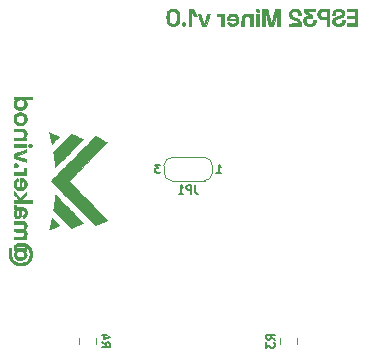
<source format=gbr>
G04 #@! TF.GenerationSoftware,KiCad,Pcbnew,7.0.6*
G04 #@! TF.CreationDate,2023-11-12T09:36:55+05:30*
G04 #@! TF.ProjectId,ESP32-Miner,45535033-322d-44d6-996e-65722e6b6963,rev?*
G04 #@! TF.SameCoordinates,Original*
G04 #@! TF.FileFunction,Legend,Bot*
G04 #@! TF.FilePolarity,Positive*
%FSLAX46Y46*%
G04 Gerber Fmt 4.6, Leading zero omitted, Abs format (unit mm)*
G04 Created by KiCad (PCBNEW 7.0.6) date 2023-11-12 09:36:55*
%MOMM*%
%LPD*%
G01*
G04 APERTURE LIST*
%ADD10C,0.150000*%
%ADD11C,0.120000*%
%ADD12C,0.010000*%
G04 APERTURE END LIST*
D10*
X134183966Y-100679166D02*
X134517300Y-100912499D01*
X134183966Y-101079166D02*
X134883966Y-101079166D01*
X134883966Y-101079166D02*
X134883966Y-100812499D01*
X134883966Y-100812499D02*
X134850633Y-100745833D01*
X134850633Y-100745833D02*
X134817300Y-100712499D01*
X134817300Y-100712499D02*
X134750633Y-100679166D01*
X134750633Y-100679166D02*
X134650633Y-100679166D01*
X134650633Y-100679166D02*
X134583966Y-100712499D01*
X134583966Y-100712499D02*
X134550633Y-100745833D01*
X134550633Y-100745833D02*
X134517300Y-100812499D01*
X134517300Y-100812499D02*
X134517300Y-101079166D01*
X134650633Y-100079166D02*
X134183966Y-100079166D01*
X134917300Y-100245833D02*
X134417300Y-100412499D01*
X134417300Y-100412499D02*
X134417300Y-99979166D01*
X142083333Y-87366033D02*
X142083333Y-87866033D01*
X142083333Y-87866033D02*
X142116666Y-87966033D01*
X142116666Y-87966033D02*
X142183333Y-88032700D01*
X142183333Y-88032700D02*
X142283333Y-88066033D01*
X142283333Y-88066033D02*
X142350000Y-88066033D01*
X141750000Y-88066033D02*
X141750000Y-87366033D01*
X141750000Y-87366033D02*
X141483333Y-87366033D01*
X141483333Y-87366033D02*
X141416667Y-87399366D01*
X141416667Y-87399366D02*
X141383333Y-87432700D01*
X141383333Y-87432700D02*
X141350000Y-87499366D01*
X141350000Y-87499366D02*
X141350000Y-87599366D01*
X141350000Y-87599366D02*
X141383333Y-87666033D01*
X141383333Y-87666033D02*
X141416667Y-87699366D01*
X141416667Y-87699366D02*
X141483333Y-87732700D01*
X141483333Y-87732700D02*
X141750000Y-87732700D01*
X140683333Y-88066033D02*
X141083333Y-88066033D01*
X140883333Y-88066033D02*
X140883333Y-87366033D01*
X140883333Y-87366033D02*
X140950000Y-87466033D01*
X140950000Y-87466033D02*
X141016667Y-87532700D01*
X141016667Y-87532700D02*
X141083333Y-87566033D01*
X139133333Y-85616033D02*
X138699999Y-85616033D01*
X138699999Y-85616033D02*
X138933333Y-85882700D01*
X138933333Y-85882700D02*
X138833333Y-85882700D01*
X138833333Y-85882700D02*
X138766666Y-85916033D01*
X138766666Y-85916033D02*
X138733333Y-85949366D01*
X138733333Y-85949366D02*
X138699999Y-86016033D01*
X138699999Y-86016033D02*
X138699999Y-86182700D01*
X138699999Y-86182700D02*
X138733333Y-86249366D01*
X138733333Y-86249366D02*
X138766666Y-86282700D01*
X138766666Y-86282700D02*
X138833333Y-86316033D01*
X138833333Y-86316033D02*
X139033333Y-86316033D01*
X139033333Y-86316033D02*
X139099999Y-86282700D01*
X139099999Y-86282700D02*
X139133333Y-86249366D01*
X143899999Y-86316033D02*
X144299999Y-86316033D01*
X144099999Y-86316033D02*
X144099999Y-85616033D01*
X144099999Y-85616033D02*
X144166666Y-85716033D01*
X144166666Y-85716033D02*
X144233333Y-85782700D01*
X144233333Y-85782700D02*
X144299999Y-85816033D01*
X148816033Y-100445833D02*
X148482700Y-100212500D01*
X148816033Y-100045833D02*
X148116033Y-100045833D01*
X148116033Y-100045833D02*
X148116033Y-100312500D01*
X148116033Y-100312500D02*
X148149366Y-100379167D01*
X148149366Y-100379167D02*
X148182700Y-100412500D01*
X148182700Y-100412500D02*
X148249366Y-100445833D01*
X148249366Y-100445833D02*
X148349366Y-100445833D01*
X148349366Y-100445833D02*
X148416033Y-100412500D01*
X148416033Y-100412500D02*
X148449366Y-100379167D01*
X148449366Y-100379167D02*
X148482700Y-100312500D01*
X148482700Y-100312500D02*
X148482700Y-100045833D01*
X148116033Y-100679167D02*
X148116033Y-101112500D01*
X148116033Y-101112500D02*
X148382700Y-100879167D01*
X148382700Y-100879167D02*
X148382700Y-100979167D01*
X148382700Y-100979167D02*
X148416033Y-101045833D01*
X148416033Y-101045833D02*
X148449366Y-101079167D01*
X148449366Y-101079167D02*
X148516033Y-101112500D01*
X148516033Y-101112500D02*
X148682700Y-101112500D01*
X148682700Y-101112500D02*
X148749366Y-101079167D01*
X148749366Y-101079167D02*
X148782700Y-101045833D01*
X148782700Y-101045833D02*
X148816033Y-100979167D01*
X148816033Y-100979167D02*
X148816033Y-100779167D01*
X148816033Y-100779167D02*
X148782700Y-100712500D01*
X148782700Y-100712500D02*
X148749366Y-100679167D01*
D11*
G04 #@! TO.C,R4*
X132290000Y-100821078D02*
X132290000Y-100303922D01*
X133710000Y-100821078D02*
X133710000Y-100303922D01*
G04 #@! TO.C,JP1*
X143550000Y-86300000D02*
X143550000Y-85700000D01*
X142900000Y-85000000D02*
X140100000Y-85000000D01*
X140100000Y-87000000D02*
X142900000Y-87000000D01*
X139450000Y-85700000D02*
X139450000Y-86300000D01*
X142850000Y-87000000D02*
G75*
G03*
X143550000Y-86300000I1J699999D01*
G01*
X143550000Y-85700000D02*
G75*
G03*
X142850000Y-85000000I-699999J1D01*
G01*
X139450000Y-86300000D02*
G75*
G03*
X140150000Y-87000000I700000J0D01*
G01*
X140150000Y-85000000D02*
G75*
G03*
X139450000Y-85700000I0J-700000D01*
G01*
G04 #@! TO.C,R3*
X149290000Y-100821078D02*
X149290000Y-100303922D01*
X150710000Y-100821078D02*
X150710000Y-100303922D01*
G04 #@! TO.C,G\u002A\u002A\u002A*
D12*
X147481889Y-73855556D02*
X147284333Y-73855556D01*
X147284333Y-72853667D01*
X147481889Y-72853667D01*
X147481889Y-73855556D01*
G36*
X147481889Y-73855556D02*
G01*
X147284333Y-73855556D01*
X147284333Y-72853667D01*
X147481889Y-72853667D01*
X147481889Y-73855556D01*
G37*
X155821555Y-73855556D02*
X154918444Y-73855556D01*
X154918444Y-73658000D01*
X155609889Y-73658000D01*
X155609889Y-73234667D01*
X154989000Y-73234667D01*
X154989000Y-73037112D01*
X155609889Y-73037112D01*
X155609889Y-72627889D01*
X154932555Y-72627889D01*
X154932555Y-72430334D01*
X155821555Y-72430334D01*
X155821555Y-73855556D01*
G36*
X155821555Y-73855556D02*
G01*
X154918444Y-73855556D01*
X154918444Y-73658000D01*
X155609889Y-73658000D01*
X155609889Y-73234667D01*
X154989000Y-73234667D01*
X154989000Y-73037112D01*
X155609889Y-73037112D01*
X155609889Y-72627889D01*
X154932555Y-72627889D01*
X154932555Y-72430334D01*
X155821555Y-72430334D01*
X155821555Y-73855556D01*
G37*
X147446887Y-72454342D02*
X147490838Y-72488757D01*
X147516598Y-72538926D01*
X147519141Y-72555802D01*
X147513491Y-72606806D01*
X147493439Y-72656368D01*
X147463558Y-72691346D01*
X147457728Y-72694862D01*
X147419998Y-72707462D01*
X147374840Y-72712556D01*
X147339965Y-72708969D01*
X147287879Y-72685146D01*
X147254054Y-72641915D01*
X147242000Y-72582704D01*
X147242030Y-72577903D01*
X147250186Y-72518749D01*
X147275267Y-72478150D01*
X147320866Y-72450067D01*
X147332790Y-72445660D01*
X147391839Y-72438903D01*
X147446887Y-72454342D01*
G36*
X147446887Y-72454342D02*
G01*
X147490838Y-72488757D01*
X147516598Y-72538926D01*
X147519141Y-72555802D01*
X147513491Y-72606806D01*
X147493439Y-72656368D01*
X147463558Y-72691346D01*
X147457728Y-72694862D01*
X147419998Y-72707462D01*
X147374840Y-72712556D01*
X147339965Y-72708969D01*
X147287879Y-72685146D01*
X147254054Y-72641915D01*
X147242000Y-72582704D01*
X147242030Y-72577903D01*
X147250186Y-72518749D01*
X147275267Y-72478150D01*
X147320866Y-72450067D01*
X147332790Y-72445660D01*
X147391839Y-72438903D01*
X147446887Y-72454342D01*
G37*
X141155835Y-73562443D02*
X141189519Y-73576395D01*
X141225022Y-73607200D01*
X141244648Y-73628449D01*
X141266863Y-73665393D01*
X141273000Y-73706679D01*
X141272994Y-73708314D01*
X141261477Y-73774482D01*
X141230520Y-73828290D01*
X141183892Y-73863124D01*
X141137924Y-73879139D01*
X141093532Y-73880588D01*
X141042598Y-73864537D01*
X140994487Y-73833345D01*
X140960222Y-73781231D01*
X140948444Y-73713530D01*
X140950925Y-73679524D01*
X140964834Y-73644265D01*
X140996422Y-73607200D01*
X141031179Y-73576895D01*
X141064740Y-73562621D01*
X141110722Y-73559223D01*
X141155835Y-73562443D01*
G36*
X141155835Y-73562443D02*
G01*
X141189519Y-73576395D01*
X141225022Y-73607200D01*
X141244648Y-73628449D01*
X141266863Y-73665393D01*
X141273000Y-73706679D01*
X141272994Y-73708314D01*
X141261477Y-73774482D01*
X141230520Y-73828290D01*
X141183892Y-73863124D01*
X141137924Y-73879139D01*
X141093532Y-73880588D01*
X141042598Y-73864537D01*
X140994487Y-73833345D01*
X140960222Y-73781231D01*
X140948444Y-73713530D01*
X140950925Y-73679524D01*
X140964834Y-73644265D01*
X140996422Y-73607200D01*
X141031179Y-73576895D01*
X141064740Y-73562621D01*
X141110722Y-73559223D01*
X141155835Y-73562443D01*
G37*
X144077097Y-72854367D02*
X144158433Y-72865998D01*
X144220063Y-72893068D01*
X144265828Y-72937036D01*
X144271733Y-72944778D01*
X144294536Y-72970349D01*
X144309542Y-72980667D01*
X144312964Y-72977758D01*
X144318723Y-72955044D01*
X144321000Y-72917167D01*
X144321000Y-72853667D01*
X144518555Y-72853667D01*
X144518555Y-73855556D01*
X144321000Y-73855556D01*
X144320978Y-73527473D01*
X144320977Y-73522014D01*
X144320704Y-73415702D01*
X144319768Y-73333563D01*
X144317916Y-73271727D01*
X144314894Y-73226323D01*
X144310451Y-73193481D01*
X144304331Y-73169330D01*
X144296283Y-73150000D01*
X144273442Y-73115985D01*
X144218202Y-73072942D01*
X144142841Y-73046263D01*
X144049899Y-73037112D01*
X143954111Y-73037112D01*
X143954111Y-72853667D01*
X144046286Y-72853667D01*
X144077097Y-72854367D01*
G36*
X144077097Y-72854367D02*
G01*
X144158433Y-72865998D01*
X144220063Y-72893068D01*
X144265828Y-72937036D01*
X144271733Y-72944778D01*
X144294536Y-72970349D01*
X144309542Y-72980667D01*
X144312964Y-72977758D01*
X144318723Y-72955044D01*
X144321000Y-72917167D01*
X144321000Y-72853667D01*
X144518555Y-72853667D01*
X144518555Y-73855556D01*
X144321000Y-73855556D01*
X144320978Y-73527473D01*
X144320977Y-73522014D01*
X144320704Y-73415702D01*
X144319768Y-73333563D01*
X144317916Y-73271727D01*
X144314894Y-73226323D01*
X144310451Y-73193481D01*
X144304331Y-73169330D01*
X144296283Y-73150000D01*
X144273442Y-73115985D01*
X144218202Y-73072942D01*
X144142841Y-73046263D01*
X144049899Y-73037112D01*
X143954111Y-73037112D01*
X143954111Y-72853667D01*
X144046286Y-72853667D01*
X144077097Y-72854367D01*
G37*
X142077272Y-72740655D02*
X142109775Y-72805769D01*
X142149401Y-72885627D01*
X142183208Y-72954302D01*
X142209480Y-73008287D01*
X142226501Y-73044074D01*
X142232555Y-73058155D01*
X142232004Y-73058884D01*
X142214236Y-73062160D01*
X142176475Y-73064464D01*
X142125583Y-73065334D01*
X142018611Y-73065334D01*
X141903910Y-72825445D01*
X141902882Y-72823297D01*
X141866043Y-72748283D01*
X141832238Y-72683037D01*
X141803663Y-72631524D01*
X141782516Y-72597709D01*
X141770993Y-72585556D01*
X141770842Y-72585560D01*
X141766408Y-72590855D01*
X141762721Y-72607563D01*
X141759721Y-72637784D01*
X141757349Y-72683620D01*
X141755542Y-72747172D01*
X141754242Y-72830540D01*
X141753388Y-72935826D01*
X141752920Y-73065131D01*
X141752778Y-73220556D01*
X141752778Y-73855556D01*
X141541111Y-73855556D01*
X141541111Y-72430334D01*
X141921988Y-72430334D01*
X142077272Y-72740655D01*
G36*
X142077272Y-72740655D02*
G01*
X142109775Y-72805769D01*
X142149401Y-72885627D01*
X142183208Y-72954302D01*
X142209480Y-73008287D01*
X142226501Y-73044074D01*
X142232555Y-73058155D01*
X142232004Y-73058884D01*
X142214236Y-73062160D01*
X142176475Y-73064464D01*
X142125583Y-73065334D01*
X142018611Y-73065334D01*
X141903910Y-72825445D01*
X141902882Y-72823297D01*
X141866043Y-72748283D01*
X141832238Y-72683037D01*
X141803663Y-72631524D01*
X141782516Y-72597709D01*
X141770993Y-72585556D01*
X141770842Y-72585560D01*
X141766408Y-72590855D01*
X141762721Y-72607563D01*
X141759721Y-72637784D01*
X141757349Y-72683620D01*
X141755542Y-72747172D01*
X141754242Y-72830540D01*
X141753388Y-72935826D01*
X141752920Y-73065131D01*
X141752778Y-73220556D01*
X141752778Y-73855556D01*
X141541111Y-73855556D01*
X141541111Y-72430334D01*
X141921988Y-72430334D01*
X142077272Y-72740655D01*
G37*
X153450889Y-73855556D02*
X153239222Y-73855556D01*
X153239222Y-73308015D01*
X152995805Y-73302706D01*
X152909308Y-73300470D01*
X152838484Y-73297478D01*
X152786105Y-73293331D01*
X152747097Y-73287460D01*
X152716383Y-73279294D01*
X152688889Y-73268264D01*
X152662453Y-73255184D01*
X152574021Y-73193438D01*
X152507706Y-73114954D01*
X152464310Y-73021317D01*
X152444634Y-72914112D01*
X152446116Y-72877661D01*
X152660719Y-72877661D01*
X152661885Y-72908640D01*
X152677876Y-72981658D01*
X152714101Y-73037274D01*
X152772440Y-73078876D01*
X152786780Y-73085729D01*
X152813536Y-73095276D01*
X152846019Y-73101625D01*
X152889852Y-73105394D01*
X152950655Y-73107202D01*
X153034049Y-73107667D01*
X153239222Y-73107667D01*
X153239222Y-72627889D01*
X153050828Y-72627889D01*
X153016261Y-72628035D01*
X152926113Y-72630607D01*
X152857620Y-72637122D01*
X152805917Y-72648529D01*
X152766135Y-72665777D01*
X152733409Y-72689816D01*
X152692353Y-72738108D01*
X152668145Y-72799166D01*
X152660719Y-72877661D01*
X152446116Y-72877661D01*
X152449481Y-72794925D01*
X152451213Y-72783419D01*
X152480818Y-72678683D01*
X152532638Y-72591111D01*
X152606078Y-72521471D01*
X152700541Y-72470534D01*
X152716790Y-72464359D01*
X152744191Y-72455591D01*
X152774395Y-72448902D01*
X152811641Y-72443911D01*
X152860163Y-72440239D01*
X152924197Y-72437506D01*
X153007981Y-72435334D01*
X153115750Y-72433342D01*
X153450889Y-72427732D01*
X153450889Y-72627889D01*
X153450889Y-73855556D01*
G36*
X153450889Y-73855556D02*
G01*
X153239222Y-73855556D01*
X153239222Y-73308015D01*
X152995805Y-73302706D01*
X152909308Y-73300470D01*
X152838484Y-73297478D01*
X152786105Y-73293331D01*
X152747097Y-73287460D01*
X152716383Y-73279294D01*
X152688889Y-73268264D01*
X152662453Y-73255184D01*
X152574021Y-73193438D01*
X152507706Y-73114954D01*
X152464310Y-73021317D01*
X152444634Y-72914112D01*
X152446116Y-72877661D01*
X152660719Y-72877661D01*
X152661885Y-72908640D01*
X152677876Y-72981658D01*
X152714101Y-73037274D01*
X152772440Y-73078876D01*
X152786780Y-73085729D01*
X152813536Y-73095276D01*
X152846019Y-73101625D01*
X152889852Y-73105394D01*
X152950655Y-73107202D01*
X153034049Y-73107667D01*
X153239222Y-73107667D01*
X153239222Y-72627889D01*
X153050828Y-72627889D01*
X153016261Y-72628035D01*
X152926113Y-72630607D01*
X152857620Y-72637122D01*
X152805917Y-72648529D01*
X152766135Y-72665777D01*
X152733409Y-72689816D01*
X152692353Y-72738108D01*
X152668145Y-72799166D01*
X152660719Y-72877661D01*
X152446116Y-72877661D01*
X152449481Y-72794925D01*
X152451213Y-72783419D01*
X152480818Y-72678683D01*
X152532638Y-72591111D01*
X152606078Y-72521471D01*
X152700541Y-72470534D01*
X152716790Y-72464359D01*
X152744191Y-72455591D01*
X152774395Y-72448902D01*
X152811641Y-72443911D01*
X152860163Y-72440239D01*
X152924197Y-72437506D01*
X153007981Y-72435334D01*
X153115750Y-72433342D01*
X153450889Y-72427732D01*
X153450889Y-72627889D01*
X153450889Y-73855556D01*
G37*
X142581439Y-72984195D02*
X142583332Y-72990265D01*
X142601248Y-73047782D01*
X142625220Y-73124793D01*
X142653210Y-73214751D01*
X142683181Y-73311106D01*
X142713095Y-73407312D01*
X142723982Y-73442140D01*
X142755418Y-73539821D01*
X142780558Y-73612605D01*
X142800104Y-73662324D01*
X142814758Y-73690812D01*
X142825222Y-73699901D01*
X142827996Y-73699084D01*
X142839657Y-73684305D01*
X142855720Y-73649570D01*
X142876889Y-73593048D01*
X142903864Y-73512906D01*
X142937349Y-73407312D01*
X142941420Y-73394217D01*
X142971463Y-73297600D01*
X143001281Y-73201741D01*
X143028836Y-73113188D01*
X143052090Y-73038490D01*
X143069005Y-72984195D01*
X143109701Y-72853667D01*
X143214406Y-72853667D01*
X143223316Y-72853705D01*
X143271936Y-72855418D01*
X143306233Y-72859167D01*
X143319261Y-72864250D01*
X143319260Y-72864302D01*
X143314797Y-72880131D01*
X143302342Y-72919606D01*
X143282892Y-72979686D01*
X143257444Y-73057327D01*
X143226994Y-73149487D01*
X143192542Y-73253123D01*
X143155082Y-73365195D01*
X142990753Y-73855556D01*
X142662451Y-73855556D01*
X142496571Y-73365195D01*
X142495702Y-73362624D01*
X142457968Y-73250761D01*
X142423297Y-73147390D01*
X142392691Y-73055550D01*
X142367156Y-72978278D01*
X142347696Y-72918612D01*
X142335313Y-72879591D01*
X142331013Y-72864250D01*
X142331416Y-72863353D01*
X142348500Y-72858439D01*
X142385695Y-72854977D01*
X142436038Y-72853667D01*
X142540743Y-72853667D01*
X142581439Y-72984195D01*
G36*
X142581439Y-72984195D02*
G01*
X142583332Y-72990265D01*
X142601248Y-73047782D01*
X142625220Y-73124793D01*
X142653210Y-73214751D01*
X142683181Y-73311106D01*
X142713095Y-73407312D01*
X142723982Y-73442140D01*
X142755418Y-73539821D01*
X142780558Y-73612605D01*
X142800104Y-73662324D01*
X142814758Y-73690812D01*
X142825222Y-73699901D01*
X142827996Y-73699084D01*
X142839657Y-73684305D01*
X142855720Y-73649570D01*
X142876889Y-73593048D01*
X142903864Y-73512906D01*
X142937349Y-73407312D01*
X142941420Y-73394217D01*
X142971463Y-73297600D01*
X143001281Y-73201741D01*
X143028836Y-73113188D01*
X143052090Y-73038490D01*
X143069005Y-72984195D01*
X143109701Y-72853667D01*
X143214406Y-72853667D01*
X143223316Y-72853705D01*
X143271936Y-72855418D01*
X143306233Y-72859167D01*
X143319261Y-72864250D01*
X143319260Y-72864302D01*
X143314797Y-72880131D01*
X143302342Y-72919606D01*
X143282892Y-72979686D01*
X143257444Y-73057327D01*
X143226994Y-73149487D01*
X143192542Y-73253123D01*
X143155082Y-73365195D01*
X142990753Y-73855556D01*
X142662451Y-73855556D01*
X142496571Y-73365195D01*
X142495702Y-73362624D01*
X142457968Y-73250761D01*
X142423297Y-73147390D01*
X142392691Y-73055550D01*
X142367156Y-72978278D01*
X142347696Y-72918612D01*
X142335313Y-72879591D01*
X142331013Y-72864250D01*
X142331416Y-72863353D01*
X142348500Y-72858439D01*
X142385695Y-72854977D01*
X142436038Y-72853667D01*
X142540743Y-72853667D01*
X142581439Y-72984195D01*
G37*
X146479573Y-72848849D02*
X146542719Y-72856979D01*
X146592163Y-72874696D01*
X146635945Y-72905160D01*
X146682107Y-72951531D01*
X146703716Y-72974171D01*
X146731438Y-72999170D01*
X146748074Y-73008889D01*
X146753897Y-73001971D01*
X146759896Y-72973781D01*
X146762222Y-72931278D01*
X146762222Y-72853667D01*
X146959778Y-72853667D01*
X146959778Y-73855556D01*
X146764608Y-73855556D01*
X146759523Y-73548639D01*
X146757558Y-73451306D01*
X146754246Y-73357793D01*
X146749107Y-73285034D01*
X146741327Y-73228968D01*
X146730089Y-73185534D01*
X146714578Y-73150670D01*
X146693978Y-73120314D01*
X146667473Y-73090405D01*
X146621674Y-73054390D01*
X146549779Y-73024853D01*
X146470514Y-73014690D01*
X146391982Y-73024715D01*
X146322284Y-73055741D01*
X146305805Y-73067164D01*
X146281048Y-73087797D01*
X146262000Y-73111553D01*
X146247920Y-73142015D01*
X146238063Y-73182771D01*
X146231687Y-73237403D01*
X146228050Y-73309499D01*
X146226409Y-73402642D01*
X146226022Y-73520417D01*
X146226000Y-73855556D01*
X146011877Y-73855556D01*
X146017042Y-73492195D01*
X146017240Y-73478385D01*
X146019181Y-73361289D01*
X146021757Y-73268189D01*
X146025726Y-73195261D01*
X146031848Y-73138678D01*
X146040884Y-73094617D01*
X146053594Y-73059253D01*
X146070736Y-73028761D01*
X146093072Y-72999315D01*
X146121361Y-72967092D01*
X146145823Y-72941250D01*
X146200831Y-72894869D01*
X146258927Y-72865898D01*
X146328141Y-72851074D01*
X146416500Y-72847132D01*
X146479573Y-72848849D01*
G36*
X146479573Y-72848849D02*
G01*
X146542719Y-72856979D01*
X146592163Y-72874696D01*
X146635945Y-72905160D01*
X146682107Y-72951531D01*
X146703716Y-72974171D01*
X146731438Y-72999170D01*
X146748074Y-73008889D01*
X146753897Y-73001971D01*
X146759896Y-72973781D01*
X146762222Y-72931278D01*
X146762222Y-72853667D01*
X146959778Y-72853667D01*
X146959778Y-73855556D01*
X146764608Y-73855556D01*
X146759523Y-73548639D01*
X146757558Y-73451306D01*
X146754246Y-73357793D01*
X146749107Y-73285034D01*
X146741327Y-73228968D01*
X146730089Y-73185534D01*
X146714578Y-73150670D01*
X146693978Y-73120314D01*
X146667473Y-73090405D01*
X146621674Y-73054390D01*
X146549779Y-73024853D01*
X146470514Y-73014690D01*
X146391982Y-73024715D01*
X146322284Y-73055741D01*
X146305805Y-73067164D01*
X146281048Y-73087797D01*
X146262000Y-73111553D01*
X146247920Y-73142015D01*
X146238063Y-73182771D01*
X146231687Y-73237403D01*
X146228050Y-73309499D01*
X146226409Y-73402642D01*
X146226022Y-73520417D01*
X146226000Y-73855556D01*
X146011877Y-73855556D01*
X146017042Y-73492195D01*
X146017240Y-73478385D01*
X146019181Y-73361289D01*
X146021757Y-73268189D01*
X146025726Y-73195261D01*
X146031848Y-73138678D01*
X146040884Y-73094617D01*
X146053594Y-73059253D01*
X146070736Y-73028761D01*
X146093072Y-72999315D01*
X146121361Y-72967092D01*
X146145823Y-72941250D01*
X146200831Y-72894869D01*
X146258927Y-72865898D01*
X146328141Y-72851074D01*
X146416500Y-72847132D01*
X146479573Y-72848849D01*
G37*
X145759545Y-73350953D02*
X145750443Y-73468039D01*
X145721152Y-73578602D01*
X145671627Y-73676088D01*
X145656694Y-73696621D01*
X145586999Y-73766973D01*
X145500956Y-73824286D01*
X145407555Y-73862224D01*
X145385222Y-73867612D01*
X145299865Y-73877769D01*
X145206887Y-73876308D01*
X145117670Y-73863887D01*
X145043596Y-73841165D01*
X145038492Y-73838838D01*
X144980749Y-73804236D01*
X144921459Y-73756601D01*
X144869744Y-73704075D01*
X144834729Y-73654797D01*
X144830112Y-73645896D01*
X144823555Y-73627571D01*
X144829267Y-73613554D01*
X144851558Y-73598171D01*
X144894734Y-73575745D01*
X144974968Y-73535174D01*
X145018400Y-73591620D01*
X145034028Y-73610777D01*
X145092647Y-73662662D01*
X145160822Y-73691374D01*
X145245057Y-73700024D01*
X145334001Y-73689795D01*
X145413000Y-73660307D01*
X145473910Y-73613808D01*
X145484958Y-73600564D01*
X145516605Y-73548632D01*
X145539714Y-73490659D01*
X145548666Y-73439731D01*
X145548666Y-73404000D01*
X144783127Y-73404000D01*
X144789318Y-73286056D01*
X144793104Y-73248778D01*
X144986497Y-73248778D01*
X145551726Y-73248778D01*
X145542282Y-73209973D01*
X145532299Y-73178255D01*
X145491230Y-73108783D01*
X145430410Y-73055343D01*
X145354072Y-73021017D01*
X145266444Y-73008889D01*
X145250396Y-73009213D01*
X145162087Y-73024523D01*
X145089721Y-73061704D01*
X145035361Y-73119302D01*
X145001072Y-73195862D01*
X144986497Y-73248778D01*
X144793104Y-73248778D01*
X144796529Y-73215049D01*
X144823681Y-73112984D01*
X144871770Y-73025286D01*
X144943019Y-72947053D01*
X144992251Y-72907781D01*
X145072990Y-72864405D01*
X145164574Y-72840579D01*
X145273500Y-72834082D01*
X145298403Y-72834761D01*
X145414857Y-72850387D01*
X145513763Y-72887096D01*
X145597236Y-72945927D01*
X145667388Y-73027921D01*
X145717347Y-73123428D01*
X145748498Y-73233898D01*
X145749903Y-73248778D01*
X145759545Y-73350953D01*
G36*
X145759545Y-73350953D02*
G01*
X145750443Y-73468039D01*
X145721152Y-73578602D01*
X145671627Y-73676088D01*
X145656694Y-73696621D01*
X145586999Y-73766973D01*
X145500956Y-73824286D01*
X145407555Y-73862224D01*
X145385222Y-73867612D01*
X145299865Y-73877769D01*
X145206887Y-73876308D01*
X145117670Y-73863887D01*
X145043596Y-73841165D01*
X145038492Y-73838838D01*
X144980749Y-73804236D01*
X144921459Y-73756601D01*
X144869744Y-73704075D01*
X144834729Y-73654797D01*
X144830112Y-73645896D01*
X144823555Y-73627571D01*
X144829267Y-73613554D01*
X144851558Y-73598171D01*
X144894734Y-73575745D01*
X144974968Y-73535174D01*
X145018400Y-73591620D01*
X145034028Y-73610777D01*
X145092647Y-73662662D01*
X145160822Y-73691374D01*
X145245057Y-73700024D01*
X145334001Y-73689795D01*
X145413000Y-73660307D01*
X145473910Y-73613808D01*
X145484958Y-73600564D01*
X145516605Y-73548632D01*
X145539714Y-73490659D01*
X145548666Y-73439731D01*
X145548666Y-73404000D01*
X144783127Y-73404000D01*
X144789318Y-73286056D01*
X144793104Y-73248778D01*
X144986497Y-73248778D01*
X145551726Y-73248778D01*
X145542282Y-73209973D01*
X145532299Y-73178255D01*
X145491230Y-73108783D01*
X145430410Y-73055343D01*
X145354072Y-73021017D01*
X145266444Y-73008889D01*
X145250396Y-73009213D01*
X145162087Y-73024523D01*
X145089721Y-73061704D01*
X145035361Y-73119302D01*
X145001072Y-73195862D01*
X144986497Y-73248778D01*
X144793104Y-73248778D01*
X144796529Y-73215049D01*
X144823681Y-73112984D01*
X144871770Y-73025286D01*
X144943019Y-72947053D01*
X144992251Y-72907781D01*
X145072990Y-72864405D01*
X145164574Y-72840579D01*
X145273500Y-72834082D01*
X145298403Y-72834761D01*
X145414857Y-72850387D01*
X145513763Y-72887096D01*
X145597236Y-72945927D01*
X145667388Y-73027921D01*
X145717347Y-73123428D01*
X145748498Y-73233898D01*
X145749903Y-73248778D01*
X145759545Y-73350953D01*
G37*
X150620546Y-72415919D02*
X150700550Y-72433173D01*
X150808370Y-72476464D01*
X150897052Y-72538919D01*
X150965201Y-72619148D01*
X151011418Y-72715762D01*
X151034306Y-72827372D01*
X151041808Y-72910112D01*
X150842062Y-72910112D01*
X150832310Y-72843084D01*
X150828799Y-72822352D01*
X150800915Y-72737703D01*
X150753970Y-72673550D01*
X150687656Y-72629675D01*
X150601667Y-72605855D01*
X150495694Y-72601872D01*
X150483192Y-72602565D01*
X150423388Y-72608951D01*
X150379831Y-72621187D01*
X150342401Y-72641918D01*
X150283850Y-72696792D01*
X150246304Y-72768287D01*
X150233555Y-72852514D01*
X150238050Y-72913367D01*
X150258356Y-72980709D01*
X150297240Y-73037862D01*
X150357110Y-73087271D01*
X150440378Y-73131378D01*
X150549455Y-73172626D01*
X150651993Y-73208634D01*
X150763839Y-73254867D01*
X150850647Y-73300423D01*
X150914179Y-73346143D01*
X150920545Y-73351909D01*
X150977246Y-73423658D01*
X151018342Y-73517733D01*
X151043382Y-73632759D01*
X151051918Y-73767362D01*
X151052000Y-73855556D01*
X150036000Y-73855556D01*
X150036000Y-73672551D01*
X150434639Y-73668803D01*
X150833278Y-73665056D01*
X150829806Y-73608612D01*
X150822942Y-73565096D01*
X150802104Y-73518984D01*
X150764852Y-73478479D01*
X150708291Y-73441288D01*
X150629525Y-73405117D01*
X150525658Y-73367672D01*
X150519729Y-73365705D01*
X150395103Y-73321209D01*
X150294823Y-73278027D01*
X150215399Y-73233920D01*
X150153341Y-73186649D01*
X150105160Y-73133975D01*
X150067364Y-73073660D01*
X150059286Y-73057673D01*
X150043989Y-73021009D01*
X150035023Y-72983133D01*
X150030734Y-72935054D01*
X150029465Y-72867778D01*
X150030181Y-72806921D01*
X150034415Y-72751658D01*
X150043557Y-72708581D01*
X150058898Y-72668961D01*
X150111468Y-72585548D01*
X150186555Y-72514150D01*
X150278835Y-72459763D01*
X150384479Y-72424112D01*
X150499659Y-72408923D01*
X150620546Y-72415919D01*
G36*
X150620546Y-72415919D02*
G01*
X150700550Y-72433173D01*
X150808370Y-72476464D01*
X150897052Y-72538919D01*
X150965201Y-72619148D01*
X151011418Y-72715762D01*
X151034306Y-72827372D01*
X151041808Y-72910112D01*
X150842062Y-72910112D01*
X150832310Y-72843084D01*
X150828799Y-72822352D01*
X150800915Y-72737703D01*
X150753970Y-72673550D01*
X150687656Y-72629675D01*
X150601667Y-72605855D01*
X150495694Y-72601872D01*
X150483192Y-72602565D01*
X150423388Y-72608951D01*
X150379831Y-72621187D01*
X150342401Y-72641918D01*
X150283850Y-72696792D01*
X150246304Y-72768287D01*
X150233555Y-72852514D01*
X150238050Y-72913367D01*
X150258356Y-72980709D01*
X150297240Y-73037862D01*
X150357110Y-73087271D01*
X150440378Y-73131378D01*
X150549455Y-73172626D01*
X150651993Y-73208634D01*
X150763839Y-73254867D01*
X150850647Y-73300423D01*
X150914179Y-73346143D01*
X150920545Y-73351909D01*
X150977246Y-73423658D01*
X151018342Y-73517733D01*
X151043382Y-73632759D01*
X151051918Y-73767362D01*
X151052000Y-73855556D01*
X150036000Y-73855556D01*
X150036000Y-73672551D01*
X150434639Y-73668803D01*
X150833278Y-73665056D01*
X150829806Y-73608612D01*
X150822942Y-73565096D01*
X150802104Y-73518984D01*
X150764852Y-73478479D01*
X150708291Y-73441288D01*
X150629525Y-73405117D01*
X150525658Y-73367672D01*
X150519729Y-73365705D01*
X150395103Y-73321209D01*
X150294823Y-73278027D01*
X150215399Y-73233920D01*
X150153341Y-73186649D01*
X150105160Y-73133975D01*
X150067364Y-73073660D01*
X150059286Y-73057673D01*
X150043989Y-73021009D01*
X150035023Y-72983133D01*
X150030734Y-72935054D01*
X150029465Y-72867778D01*
X150030181Y-72806921D01*
X150034415Y-72751658D01*
X150043557Y-72708581D01*
X150058898Y-72668961D01*
X150111468Y-72585548D01*
X150186555Y-72514150D01*
X150278835Y-72459763D01*
X150384479Y-72424112D01*
X150499659Y-72408923D01*
X150620546Y-72415919D01*
G37*
X152258500Y-72620834D02*
X151879929Y-72624594D01*
X151800493Y-72625500D01*
X151699079Y-72627205D01*
X151621899Y-72629395D01*
X151566530Y-72632208D01*
X151530549Y-72635781D01*
X151511533Y-72640253D01*
X151507057Y-72645761D01*
X151507598Y-72646743D01*
X151524367Y-72660774D01*
X151561276Y-72685982D01*
X151614514Y-72719928D01*
X151680270Y-72760173D01*
X151754733Y-72804278D01*
X151996710Y-72945389D01*
X151997444Y-73190147D01*
X151810472Y-73194768D01*
X151762768Y-73196338D01*
X151673954Y-73202700D01*
X151606458Y-73214142D01*
X151555620Y-73232072D01*
X151516780Y-73257897D01*
X151485275Y-73293027D01*
X151482720Y-73296641D01*
X151456729Y-73357276D01*
X151450046Y-73428386D01*
X151461461Y-73501734D01*
X151489759Y-73569085D01*
X151533730Y-73622200D01*
X151555438Y-73637240D01*
X151603530Y-73661733D01*
X151656188Y-73681193D01*
X151709375Y-73692071D01*
X151801571Y-73693238D01*
X151891448Y-73675024D01*
X151968755Y-73638818D01*
X151990404Y-73622008D01*
X152037389Y-73565604D01*
X152069940Y-73497168D01*
X152082111Y-73427767D01*
X152082111Y-73375778D01*
X152297697Y-73375778D01*
X152290273Y-73457659D01*
X152285613Y-73494719D01*
X152255086Y-73602035D01*
X152201393Y-73694023D01*
X152125683Y-73769443D01*
X152029102Y-73827055D01*
X151912798Y-73865618D01*
X151893512Y-73869484D01*
X151804185Y-73877981D01*
X151705484Y-73875659D01*
X151609499Y-73863273D01*
X151528320Y-73841579D01*
X151472024Y-73815355D01*
X151391360Y-73759025D01*
X151324108Y-73689169D01*
X151277672Y-73612555D01*
X151276837Y-73610611D01*
X151258072Y-73556585D01*
X151248352Y-73498770D01*
X151245625Y-73425167D01*
X151245629Y-73423152D01*
X151250374Y-73336522D01*
X151266000Y-73268783D01*
X151295385Y-73211908D01*
X151341404Y-73157870D01*
X151356861Y-73143221D01*
X151432440Y-73091000D01*
X151523476Y-73057419D01*
X151634083Y-73040834D01*
X151636591Y-73040653D01*
X151692967Y-73034603D01*
X151730053Y-73026552D01*
X151743384Y-73017456D01*
X151743222Y-73016785D01*
X151729066Y-73003579D01*
X151694658Y-72978910D01*
X151643709Y-72945238D01*
X151579928Y-72905022D01*
X151507023Y-72860723D01*
X151270722Y-72719612D01*
X151270722Y-72437389D01*
X152258500Y-72437389D01*
X152258500Y-72620834D01*
G36*
X152258500Y-72620834D02*
G01*
X151879929Y-72624594D01*
X151800493Y-72625500D01*
X151699079Y-72627205D01*
X151621899Y-72629395D01*
X151566530Y-72632208D01*
X151530549Y-72635781D01*
X151511533Y-72640253D01*
X151507057Y-72645761D01*
X151507598Y-72646743D01*
X151524367Y-72660774D01*
X151561276Y-72685982D01*
X151614514Y-72719928D01*
X151680270Y-72760173D01*
X151754733Y-72804278D01*
X151996710Y-72945389D01*
X151997444Y-73190147D01*
X151810472Y-73194768D01*
X151762768Y-73196338D01*
X151673954Y-73202700D01*
X151606458Y-73214142D01*
X151555620Y-73232072D01*
X151516780Y-73257897D01*
X151485275Y-73293027D01*
X151482720Y-73296641D01*
X151456729Y-73357276D01*
X151450046Y-73428386D01*
X151461461Y-73501734D01*
X151489759Y-73569085D01*
X151533730Y-73622200D01*
X151555438Y-73637240D01*
X151603530Y-73661733D01*
X151656188Y-73681193D01*
X151709375Y-73692071D01*
X151801571Y-73693238D01*
X151891448Y-73675024D01*
X151968755Y-73638818D01*
X151990404Y-73622008D01*
X152037389Y-73565604D01*
X152069940Y-73497168D01*
X152082111Y-73427767D01*
X152082111Y-73375778D01*
X152297697Y-73375778D01*
X152290273Y-73457659D01*
X152285613Y-73494719D01*
X152255086Y-73602035D01*
X152201393Y-73694023D01*
X152125683Y-73769443D01*
X152029102Y-73827055D01*
X151912798Y-73865618D01*
X151893512Y-73869484D01*
X151804185Y-73877981D01*
X151705484Y-73875659D01*
X151609499Y-73863273D01*
X151528320Y-73841579D01*
X151472024Y-73815355D01*
X151391360Y-73759025D01*
X151324108Y-73689169D01*
X151277672Y-73612555D01*
X151276837Y-73610611D01*
X151258072Y-73556585D01*
X151248352Y-73498770D01*
X151245625Y-73425167D01*
X151245629Y-73423152D01*
X151250374Y-73336522D01*
X151266000Y-73268783D01*
X151295385Y-73211908D01*
X151341404Y-73157870D01*
X151356861Y-73143221D01*
X151432440Y-73091000D01*
X151523476Y-73057419D01*
X151634083Y-73040834D01*
X151636591Y-73040653D01*
X151692967Y-73034603D01*
X151730053Y-73026552D01*
X151743384Y-73017456D01*
X151743222Y-73016785D01*
X151729066Y-73003579D01*
X151694658Y-72978910D01*
X151643709Y-72945238D01*
X151579928Y-72905022D01*
X151507023Y-72860723D01*
X151270722Y-72719612D01*
X151270722Y-72437389D01*
X152258500Y-72437389D01*
X152258500Y-72620834D01*
G37*
X154348574Y-72417232D02*
X154456554Y-72446217D01*
X154551018Y-72493561D01*
X154626918Y-72557813D01*
X154665346Y-72608644D01*
X154705675Y-72695385D01*
X154722906Y-72787542D01*
X154716949Y-72879838D01*
X154687715Y-72966994D01*
X154635115Y-73043733D01*
X154590754Y-73084258D01*
X154532726Y-73121575D01*
X154458607Y-73155793D01*
X154364388Y-73188753D01*
X154246060Y-73222294D01*
X154163479Y-73245025D01*
X154071836Y-73274930D01*
X154003273Y-73305058D01*
X153954923Y-73337465D01*
X153923921Y-73374210D01*
X153907401Y-73417349D01*
X153902497Y-73468941D01*
X153902970Y-73482962D01*
X153920678Y-73550869D01*
X153961792Y-73607712D01*
X154023341Y-73651256D01*
X154102357Y-73679269D01*
X154195871Y-73689519D01*
X154258646Y-73686995D01*
X154356538Y-73667840D01*
X154434085Y-73630415D01*
X154490535Y-73575327D01*
X154525136Y-73503181D01*
X154537134Y-73414584D01*
X154537444Y-73347556D01*
X154749111Y-73347556D01*
X154749111Y-73422606D01*
X154742623Y-73502672D01*
X154712104Y-73605523D01*
X154657914Y-73694940D01*
X154581533Y-73769204D01*
X154484439Y-73826598D01*
X154368111Y-73865401D01*
X154325126Y-73872531D01*
X154249863Y-73877727D01*
X154168188Y-73876720D01*
X154146228Y-73875263D01*
X154021068Y-73854904D01*
X153914026Y-73815739D01*
X153826452Y-73758861D01*
X153759698Y-73685363D01*
X153715113Y-73596339D01*
X153694048Y-73492882D01*
X153691969Y-73447631D01*
X153699160Y-73362925D01*
X153723481Y-73290089D01*
X153766775Y-73227365D01*
X153830885Y-73172996D01*
X153917656Y-73125225D01*
X154028930Y-73082294D01*
X154166552Y-73042444D01*
X154172945Y-73040797D01*
X154282986Y-73010085D01*
X154367777Y-72980442D01*
X154429966Y-72949782D01*
X154472200Y-72916019D01*
X154497126Y-72877066D01*
X154507392Y-72830839D01*
X154505644Y-72775249D01*
X154503907Y-72762302D01*
X154485825Y-72704988D01*
X154449224Y-72661685D01*
X154389278Y-72626206D01*
X154375763Y-72620776D01*
X154314295Y-72606443D01*
X154240321Y-72600123D01*
X154165332Y-72602321D01*
X154100822Y-72613542D01*
X154089121Y-72617276D01*
X154024273Y-72654183D01*
X153974332Y-72711747D01*
X153942191Y-72785584D01*
X153930745Y-72871306D01*
X153930666Y-72924223D01*
X153714907Y-72924223D01*
X153723360Y-72823385D01*
X153735995Y-72741083D01*
X153772061Y-72640655D01*
X153829698Y-72558186D01*
X153909138Y-72493448D01*
X154010609Y-72446214D01*
X154134341Y-72416256D01*
X154232126Y-72408056D01*
X154348574Y-72417232D01*
G36*
X154348574Y-72417232D02*
G01*
X154456554Y-72446217D01*
X154551018Y-72493561D01*
X154626918Y-72557813D01*
X154665346Y-72608644D01*
X154705675Y-72695385D01*
X154722906Y-72787542D01*
X154716949Y-72879838D01*
X154687715Y-72966994D01*
X154635115Y-73043733D01*
X154590754Y-73084258D01*
X154532726Y-73121575D01*
X154458607Y-73155793D01*
X154364388Y-73188753D01*
X154246060Y-73222294D01*
X154163479Y-73245025D01*
X154071836Y-73274930D01*
X154003273Y-73305058D01*
X153954923Y-73337465D01*
X153923921Y-73374210D01*
X153907401Y-73417349D01*
X153902497Y-73468941D01*
X153902970Y-73482962D01*
X153920678Y-73550869D01*
X153961792Y-73607712D01*
X154023341Y-73651256D01*
X154102357Y-73679269D01*
X154195871Y-73689519D01*
X154258646Y-73686995D01*
X154356538Y-73667840D01*
X154434085Y-73630415D01*
X154490535Y-73575327D01*
X154525136Y-73503181D01*
X154537134Y-73414584D01*
X154537444Y-73347556D01*
X154749111Y-73347556D01*
X154749111Y-73422606D01*
X154742623Y-73502672D01*
X154712104Y-73605523D01*
X154657914Y-73694940D01*
X154581533Y-73769204D01*
X154484439Y-73826598D01*
X154368111Y-73865401D01*
X154325126Y-73872531D01*
X154249863Y-73877727D01*
X154168188Y-73876720D01*
X154146228Y-73875263D01*
X154021068Y-73854904D01*
X153914026Y-73815739D01*
X153826452Y-73758861D01*
X153759698Y-73685363D01*
X153715113Y-73596339D01*
X153694048Y-73492882D01*
X153691969Y-73447631D01*
X153699160Y-73362925D01*
X153723481Y-73290089D01*
X153766775Y-73227365D01*
X153830885Y-73172996D01*
X153917656Y-73125225D01*
X154028930Y-73082294D01*
X154166552Y-73042444D01*
X154172945Y-73040797D01*
X154282986Y-73010085D01*
X154367777Y-72980442D01*
X154429966Y-72949782D01*
X154472200Y-72916019D01*
X154497126Y-72877066D01*
X154507392Y-72830839D01*
X154505644Y-72775249D01*
X154503907Y-72762302D01*
X154485825Y-72704988D01*
X154449224Y-72661685D01*
X154389278Y-72626206D01*
X154375763Y-72620776D01*
X154314295Y-72606443D01*
X154240321Y-72600123D01*
X154165332Y-72602321D01*
X154100822Y-72613542D01*
X154089121Y-72617276D01*
X154024273Y-72654183D01*
X153974332Y-72711747D01*
X153942191Y-72785584D01*
X153930745Y-72871306D01*
X153930666Y-72924223D01*
X153714907Y-72924223D01*
X153723360Y-72823385D01*
X153735995Y-72741083D01*
X153772061Y-72640655D01*
X153829698Y-72558186D01*
X153909138Y-72493448D01*
X154010609Y-72446214D01*
X154134341Y-72416256D01*
X154232126Y-72408056D01*
X154348574Y-72417232D01*
G37*
X148047257Y-72430484D02*
X148109833Y-72431495D01*
X148151720Y-72433923D01*
X148177390Y-72438300D01*
X148191316Y-72445158D01*
X148197972Y-72455028D01*
X148201252Y-72466198D01*
X148210950Y-72503092D01*
X148226037Y-72562384D01*
X148245791Y-72641182D01*
X148269492Y-72736592D01*
X148296418Y-72845720D01*
X148325850Y-72965673D01*
X148357065Y-73093556D01*
X148391373Y-73233626D01*
X148424896Y-73368186D01*
X148452998Y-73477990D01*
X148476088Y-73564515D01*
X148494573Y-73629240D01*
X148508862Y-73673642D01*
X148519362Y-73699199D01*
X148526482Y-73707389D01*
X148532594Y-73701038D01*
X148542661Y-73677621D01*
X148556457Y-73635549D01*
X148574391Y-73573343D01*
X148596871Y-73489521D01*
X148624305Y-73382603D01*
X148657101Y-73251108D01*
X148695667Y-73093556D01*
X148718812Y-72998519D01*
X148748729Y-72876205D01*
X148776328Y-72763959D01*
X148800891Y-72664674D01*
X148821698Y-72581244D01*
X148838029Y-72516564D01*
X148849166Y-72473527D01*
X148854389Y-72455028D01*
X148858334Y-72447915D01*
X148869430Y-72440167D01*
X148890864Y-72435067D01*
X148927105Y-72432083D01*
X148982624Y-72430682D01*
X149061890Y-72430334D01*
X149259889Y-72430334D01*
X149259889Y-73855556D01*
X149062333Y-73855556D01*
X149062333Y-73219521D01*
X149062314Y-73132124D01*
X149062147Y-72995718D01*
X149061737Y-72883849D01*
X149060998Y-72794148D01*
X149059843Y-72724247D01*
X149058187Y-72671780D01*
X149055944Y-72634376D01*
X149053027Y-72609670D01*
X149049350Y-72595291D01*
X149044828Y-72588874D01*
X149039374Y-72588049D01*
X149034931Y-72592148D01*
X149026278Y-72609902D01*
X149014537Y-72642787D01*
X148999387Y-72692039D01*
X148980503Y-72758897D01*
X148957563Y-72844598D01*
X148930243Y-72950379D01*
X148898220Y-73077478D01*
X148861171Y-73227133D01*
X148818773Y-73400581D01*
X148770702Y-73599059D01*
X148716635Y-73823806D01*
X148716477Y-73824462D01*
X148712106Y-73837267D01*
X148703173Y-73845966D01*
X148684945Y-73851351D01*
X148652692Y-73854216D01*
X148601681Y-73855353D01*
X148527180Y-73855556D01*
X148345342Y-73855556D01*
X148208568Y-73294639D01*
X148198483Y-73253278D01*
X148168568Y-73130585D01*
X148140422Y-73015128D01*
X148114863Y-72910273D01*
X148092711Y-72819382D01*
X148074787Y-72745819D01*
X148061910Y-72692947D01*
X148054899Y-72664131D01*
X148047863Y-72639283D01*
X148033844Y-72604820D01*
X148021002Y-72588871D01*
X148018529Y-72590013D01*
X148014712Y-72602626D01*
X148011567Y-72630374D01*
X148009045Y-72675126D01*
X148007094Y-72738752D01*
X148005665Y-72823121D01*
X148004706Y-72930103D01*
X148004168Y-73061566D01*
X148004000Y-73219380D01*
X148004000Y-73855556D01*
X147792333Y-73855556D01*
X147792333Y-72430334D01*
X147990332Y-72430334D01*
X148047257Y-72430484D01*
G36*
X148047257Y-72430484D02*
G01*
X148109833Y-72431495D01*
X148151720Y-72433923D01*
X148177390Y-72438300D01*
X148191316Y-72445158D01*
X148197972Y-72455028D01*
X148201252Y-72466198D01*
X148210950Y-72503092D01*
X148226037Y-72562384D01*
X148245791Y-72641182D01*
X148269492Y-72736592D01*
X148296418Y-72845720D01*
X148325850Y-72965673D01*
X148357065Y-73093556D01*
X148391373Y-73233626D01*
X148424896Y-73368186D01*
X148452998Y-73477990D01*
X148476088Y-73564515D01*
X148494573Y-73629240D01*
X148508862Y-73673642D01*
X148519362Y-73699199D01*
X148526482Y-73707389D01*
X148532594Y-73701038D01*
X148542661Y-73677621D01*
X148556457Y-73635549D01*
X148574391Y-73573343D01*
X148596871Y-73489521D01*
X148624305Y-73382603D01*
X148657101Y-73251108D01*
X148695667Y-73093556D01*
X148718812Y-72998519D01*
X148748729Y-72876205D01*
X148776328Y-72763959D01*
X148800891Y-72664674D01*
X148821698Y-72581244D01*
X148838029Y-72516564D01*
X148849166Y-72473527D01*
X148854389Y-72455028D01*
X148858334Y-72447915D01*
X148869430Y-72440167D01*
X148890864Y-72435067D01*
X148927105Y-72432083D01*
X148982624Y-72430682D01*
X149061890Y-72430334D01*
X149259889Y-72430334D01*
X149259889Y-73855556D01*
X149062333Y-73855556D01*
X149062333Y-73219521D01*
X149062314Y-73132124D01*
X149062147Y-72995718D01*
X149061737Y-72883849D01*
X149060998Y-72794148D01*
X149059843Y-72724247D01*
X149058187Y-72671780D01*
X149055944Y-72634376D01*
X149053027Y-72609670D01*
X149049350Y-72595291D01*
X149044828Y-72588874D01*
X149039374Y-72588049D01*
X149034931Y-72592148D01*
X149026278Y-72609902D01*
X149014537Y-72642787D01*
X148999387Y-72692039D01*
X148980503Y-72758897D01*
X148957563Y-72844598D01*
X148930243Y-72950379D01*
X148898220Y-73077478D01*
X148861171Y-73227133D01*
X148818773Y-73400581D01*
X148770702Y-73599059D01*
X148716635Y-73823806D01*
X148716477Y-73824462D01*
X148712106Y-73837267D01*
X148703173Y-73845966D01*
X148684945Y-73851351D01*
X148652692Y-73854216D01*
X148601681Y-73855353D01*
X148527180Y-73855556D01*
X148345342Y-73855556D01*
X148208568Y-73294639D01*
X148198483Y-73253278D01*
X148168568Y-73130585D01*
X148140422Y-73015128D01*
X148114863Y-72910273D01*
X148092711Y-72819382D01*
X148074787Y-72745819D01*
X148061910Y-72692947D01*
X148054899Y-72664131D01*
X148047863Y-72639283D01*
X148033844Y-72604820D01*
X148021002Y-72588871D01*
X148018529Y-72590013D01*
X148014712Y-72602626D01*
X148011567Y-72630374D01*
X148009045Y-72675126D01*
X148007094Y-72738752D01*
X148005665Y-72823121D01*
X148004706Y-72930103D01*
X148004168Y-73061566D01*
X148004000Y-73219380D01*
X148004000Y-73855556D01*
X147792333Y-73855556D01*
X147792333Y-72430334D01*
X147990332Y-72430334D01*
X148047257Y-72430484D01*
G37*
X140733586Y-73192334D02*
X140732663Y-73239179D01*
X140729615Y-73348736D01*
X140724988Y-73435799D01*
X140717791Y-73504551D01*
X140707033Y-73559178D01*
X140691722Y-73603866D01*
X140670869Y-73642799D01*
X140643480Y-73680162D01*
X140608564Y-73720142D01*
X140547676Y-73776324D01*
X140451274Y-73833535D01*
X140336815Y-73870013D01*
X140302749Y-73875391D01*
X140220543Y-73878953D01*
X140129540Y-73873661D01*
X140041409Y-73860453D01*
X139967823Y-73840271D01*
X139940793Y-73829060D01*
X139848332Y-73772078D01*
X139770640Y-73693634D01*
X139712022Y-73597807D01*
X139709798Y-73592988D01*
X139697181Y-73564700D01*
X139687610Y-73538983D01*
X139680593Y-73511437D01*
X139675634Y-73477664D01*
X139672243Y-73433266D01*
X139669923Y-73373844D01*
X139668183Y-73294999D01*
X139666528Y-73192334D01*
X139665724Y-73129255D01*
X139867890Y-73129255D01*
X139868506Y-73221032D01*
X139870859Y-73307948D01*
X139874947Y-73384210D01*
X139880771Y-73444029D01*
X139888330Y-73481612D01*
X139913228Y-73538246D01*
X139965403Y-73609087D01*
X140031866Y-73658329D01*
X140036301Y-73660542D01*
X140116772Y-73687172D01*
X140204500Y-73695120D01*
X140291751Y-73685218D01*
X140370793Y-73658294D01*
X140433892Y-73615179D01*
X140448409Y-73600460D01*
X140475523Y-73566974D01*
X140496228Y-73529151D01*
X140511338Y-73483017D01*
X140521668Y-73424597D01*
X140528031Y-73349919D01*
X140531243Y-73255008D01*
X140532119Y-73135889D01*
X140532117Y-73130457D01*
X140531859Y-73032620D01*
X140530901Y-72958311D01*
X140528867Y-72903057D01*
X140525380Y-72862385D01*
X140520065Y-72831819D01*
X140512544Y-72806886D01*
X140502442Y-72783112D01*
X140468027Y-72723765D01*
X140410934Y-72660368D01*
X140345648Y-72618858D01*
X140298947Y-72607047D01*
X140235432Y-72601068D01*
X140166325Y-72601009D01*
X140102658Y-72606876D01*
X140055463Y-72618677D01*
X140010340Y-72646635D01*
X139960400Y-72693926D01*
X139916979Y-72750100D01*
X139888286Y-72805962D01*
X139882792Y-72829363D01*
X139876461Y-72882671D01*
X139871866Y-72954283D01*
X139869010Y-73038409D01*
X139867890Y-73129255D01*
X139665724Y-73129255D01*
X139665647Y-73123246D01*
X139665462Y-73011654D01*
X139667652Y-72921813D01*
X139672726Y-72849514D01*
X139681195Y-72790552D01*
X139693567Y-72740719D01*
X139710354Y-72695808D01*
X139732065Y-72651612D01*
X139771876Y-72591358D01*
X139847479Y-72517594D01*
X139940911Y-72461678D01*
X140048722Y-72425061D01*
X140167459Y-72409192D01*
X140293674Y-72415524D01*
X140332921Y-72422068D01*
X140450199Y-72457227D01*
X140548370Y-72512830D01*
X140626864Y-72588369D01*
X140685111Y-72683336D01*
X140722539Y-72797223D01*
X140724934Y-72810023D01*
X140730824Y-72866628D01*
X140734213Y-72948604D01*
X140735125Y-73056868D01*
X140734227Y-73135889D01*
X140733586Y-73192334D01*
G36*
X140733586Y-73192334D02*
G01*
X140732663Y-73239179D01*
X140729615Y-73348736D01*
X140724988Y-73435799D01*
X140717791Y-73504551D01*
X140707033Y-73559178D01*
X140691722Y-73603866D01*
X140670869Y-73642799D01*
X140643480Y-73680162D01*
X140608564Y-73720142D01*
X140547676Y-73776324D01*
X140451274Y-73833535D01*
X140336815Y-73870013D01*
X140302749Y-73875391D01*
X140220543Y-73878953D01*
X140129540Y-73873661D01*
X140041409Y-73860453D01*
X139967823Y-73840271D01*
X139940793Y-73829060D01*
X139848332Y-73772078D01*
X139770640Y-73693634D01*
X139712022Y-73597807D01*
X139709798Y-73592988D01*
X139697181Y-73564700D01*
X139687610Y-73538983D01*
X139680593Y-73511437D01*
X139675634Y-73477664D01*
X139672243Y-73433266D01*
X139669923Y-73373844D01*
X139668183Y-73294999D01*
X139666528Y-73192334D01*
X139665724Y-73129255D01*
X139867890Y-73129255D01*
X139868506Y-73221032D01*
X139870859Y-73307948D01*
X139874947Y-73384210D01*
X139880771Y-73444029D01*
X139888330Y-73481612D01*
X139913228Y-73538246D01*
X139965403Y-73609087D01*
X140031866Y-73658329D01*
X140036301Y-73660542D01*
X140116772Y-73687172D01*
X140204500Y-73695120D01*
X140291751Y-73685218D01*
X140370793Y-73658294D01*
X140433892Y-73615179D01*
X140448409Y-73600460D01*
X140475523Y-73566974D01*
X140496228Y-73529151D01*
X140511338Y-73483017D01*
X140521668Y-73424597D01*
X140528031Y-73349919D01*
X140531243Y-73255008D01*
X140532119Y-73135889D01*
X140532117Y-73130457D01*
X140531859Y-73032620D01*
X140530901Y-72958311D01*
X140528867Y-72903057D01*
X140525380Y-72862385D01*
X140520065Y-72831819D01*
X140512544Y-72806886D01*
X140502442Y-72783112D01*
X140468027Y-72723765D01*
X140410934Y-72660368D01*
X140345648Y-72618858D01*
X140298947Y-72607047D01*
X140235432Y-72601068D01*
X140166325Y-72601009D01*
X140102658Y-72606876D01*
X140055463Y-72618677D01*
X140010340Y-72646635D01*
X139960400Y-72693926D01*
X139916979Y-72750100D01*
X139888286Y-72805962D01*
X139882792Y-72829363D01*
X139876461Y-72882671D01*
X139871866Y-72954283D01*
X139869010Y-73038409D01*
X139867890Y-73129255D01*
X139665724Y-73129255D01*
X139665647Y-73123246D01*
X139665462Y-73011654D01*
X139667652Y-72921813D01*
X139672726Y-72849514D01*
X139681195Y-72790552D01*
X139693567Y-72740719D01*
X139710354Y-72695808D01*
X139732065Y-72651612D01*
X139771876Y-72591358D01*
X139847479Y-72517594D01*
X139940911Y-72461678D01*
X140048722Y-72425061D01*
X140167459Y-72409192D01*
X140293674Y-72415524D01*
X140332921Y-72422068D01*
X140450199Y-72457227D01*
X140548370Y-72512830D01*
X140626864Y-72588369D01*
X140685111Y-72683336D01*
X140722539Y-72797223D01*
X140724934Y-72810023D01*
X140730824Y-72866628D01*
X140734213Y-72948604D01*
X140735125Y-73056868D01*
X140734227Y-73135889D01*
X140733586Y-73192334D01*
G37*
X127808000Y-84123947D02*
X126747176Y-84123947D01*
X126747176Y-83899829D01*
X127808000Y-83899829D01*
X127808000Y-84123947D01*
G36*
X127808000Y-84123947D02*
G01*
X126747176Y-84123947D01*
X126747176Y-83899829D01*
X127808000Y-83899829D01*
X127808000Y-84123947D01*
G37*
X128129020Y-83864893D02*
X128188933Y-83886890D01*
X128228996Y-83928853D01*
X128246564Y-83987145D01*
X128238996Y-84058128D01*
X128238481Y-84059946D01*
X128210056Y-84111786D01*
X128164942Y-84144293D01*
X128110302Y-84155900D01*
X128053296Y-84145043D01*
X128001086Y-84110155D01*
X127979266Y-84083045D01*
X127957269Y-84023812D01*
X127961910Y-83961738D01*
X127993471Y-83904398D01*
X128016015Y-83881991D01*
X128048742Y-83866417D01*
X128096855Y-83862476D01*
X128129020Y-83864893D01*
G36*
X128129020Y-83864893D02*
G01*
X128188933Y-83886890D01*
X128228996Y-83928853D01*
X128246564Y-83987145D01*
X128238996Y-84058128D01*
X128238481Y-84059946D01*
X128210056Y-84111786D01*
X128164942Y-84144293D01*
X128110302Y-84155900D01*
X128053296Y-84145043D01*
X128001086Y-84110155D01*
X127979266Y-84083045D01*
X127957269Y-84023812D01*
X127961910Y-83961738D01*
X127993471Y-83904398D01*
X128016015Y-83881991D01*
X128048742Y-83866417D01*
X128096855Y-83862476D01*
X128129020Y-83864893D01*
G37*
X126967248Y-85508320D02*
X127015467Y-85545594D01*
X127048556Y-85600903D01*
X127060885Y-85672079D01*
X127055831Y-85714606D01*
X127029973Y-85769245D01*
X126987408Y-85808141D01*
X126934045Y-85830256D01*
X126875793Y-85834551D01*
X126818559Y-85819986D01*
X126768254Y-85785523D01*
X126730784Y-85730124D01*
X126724133Y-85706289D01*
X126723289Y-85652121D01*
X126735035Y-85596717D01*
X126757116Y-85555078D01*
X126788128Y-85526405D01*
X126847947Y-85496557D01*
X126909531Y-85491252D01*
X126967248Y-85508320D01*
G36*
X126967248Y-85508320D02*
G01*
X127015467Y-85545594D01*
X127048556Y-85600903D01*
X127060885Y-85672079D01*
X127055831Y-85714606D01*
X127029973Y-85769245D01*
X126987408Y-85808141D01*
X126934045Y-85830256D01*
X126875793Y-85834551D01*
X126818559Y-85819986D01*
X126768254Y-85785523D01*
X126730784Y-85730124D01*
X126724133Y-85706289D01*
X126723289Y-85652121D01*
X126735035Y-85596717D01*
X126757116Y-85555078D01*
X126788128Y-85526405D01*
X126847947Y-85496557D01*
X126909531Y-85491252D01*
X126967248Y-85508320D01*
G37*
X127808000Y-85969662D02*
X127807034Y-86007027D01*
X127794412Y-86090615D01*
X127765896Y-86153430D01*
X127719868Y-86199692D01*
X127693162Y-86222012D01*
X127683251Y-86243503D01*
X127701882Y-86256299D01*
X127749117Y-86260535D01*
X127808000Y-86260535D01*
X127808000Y-86469712D01*
X126747176Y-86469712D01*
X126747176Y-86262490D01*
X127102029Y-86257778D01*
X127169645Y-86256826D01*
X127268034Y-86255046D01*
X127342882Y-86252845D01*
X127398239Y-86249881D01*
X127438156Y-86245809D01*
X127466681Y-86240285D01*
X127487865Y-86232966D01*
X127505758Y-86223509D01*
X127526445Y-86208948D01*
X127574442Y-86151084D01*
X127603805Y-86071481D01*
X127613765Y-85971936D01*
X127613765Y-85872065D01*
X127808000Y-85872065D01*
X127808000Y-85969662D01*
G36*
X127808000Y-85969662D02*
G01*
X127807034Y-86007027D01*
X127794412Y-86090615D01*
X127765896Y-86153430D01*
X127719868Y-86199692D01*
X127693162Y-86222012D01*
X127683251Y-86243503D01*
X127701882Y-86256299D01*
X127749117Y-86260535D01*
X127808000Y-86260535D01*
X127808000Y-86469712D01*
X126747176Y-86469712D01*
X126747176Y-86262490D01*
X127102029Y-86257778D01*
X127169645Y-86256826D01*
X127268034Y-86255046D01*
X127342882Y-86252845D01*
X127398239Y-86249881D01*
X127438156Y-86245809D01*
X127466681Y-86240285D01*
X127487865Y-86232966D01*
X127505758Y-86223509D01*
X127526445Y-86208948D01*
X127574442Y-86151084D01*
X127603805Y-86071481D01*
X127613765Y-85971936D01*
X127613765Y-85872065D01*
X127808000Y-85872065D01*
X127808000Y-85969662D01*
G37*
X127019573Y-88152876D02*
X127291970Y-88428840D01*
X127549236Y-88162717D01*
X127806501Y-87896594D01*
X127807250Y-88038735D01*
X127808000Y-88180877D01*
X127598823Y-88389653D01*
X127589363Y-88399114D01*
X127526083Y-88463438D01*
X127471240Y-88520936D01*
X127428065Y-88568092D01*
X127399790Y-88601387D01*
X127389647Y-88617306D01*
X127389648Y-88617392D01*
X127396003Y-88623062D01*
X127416502Y-88627547D01*
X127453767Y-88630961D01*
X127510422Y-88633416D01*
X127589087Y-88635029D01*
X127692386Y-88635913D01*
X127822941Y-88636182D01*
X128256235Y-88636182D01*
X128256235Y-88845359D01*
X126747176Y-88845359D01*
X126747176Y-88636182D01*
X126971294Y-88636182D01*
X126996407Y-88636154D01*
X127078423Y-88635383D01*
X127135441Y-88633295D01*
X127171351Y-88629530D01*
X127190045Y-88623730D01*
X127195412Y-88615538D01*
X127194536Y-88612862D01*
X127178627Y-88591414D01*
X127145163Y-88553732D01*
X127097328Y-88503205D01*
X127038310Y-88443220D01*
X126971294Y-88377166D01*
X126747176Y-88159440D01*
X126747176Y-87876911D01*
X127019573Y-88152876D01*
G36*
X127019573Y-88152876D02*
G01*
X127291970Y-88428840D01*
X127549236Y-88162717D01*
X127806501Y-87896594D01*
X127807250Y-88038735D01*
X127808000Y-88180877D01*
X127598823Y-88389653D01*
X127589363Y-88399114D01*
X127526083Y-88463438D01*
X127471240Y-88520936D01*
X127428065Y-88568092D01*
X127399790Y-88601387D01*
X127389647Y-88617306D01*
X127389648Y-88617392D01*
X127396003Y-88623062D01*
X127416502Y-88627547D01*
X127453767Y-88630961D01*
X127510422Y-88633416D01*
X127589087Y-88635029D01*
X127692386Y-88635913D01*
X127822941Y-88636182D01*
X128256235Y-88636182D01*
X128256235Y-88845359D01*
X126747176Y-88845359D01*
X126747176Y-88636182D01*
X126971294Y-88636182D01*
X126996407Y-88636154D01*
X127078423Y-88635383D01*
X127135441Y-88633295D01*
X127171351Y-88629530D01*
X127190045Y-88623730D01*
X127195412Y-88615538D01*
X127194536Y-88612862D01*
X127178627Y-88591414D01*
X127145163Y-88553732D01*
X127097328Y-88503205D01*
X127038310Y-88443220D01*
X126971294Y-88377166D01*
X126747176Y-88159440D01*
X126747176Y-87876911D01*
X127019573Y-88152876D01*
G37*
X127808000Y-84566884D02*
X127359212Y-84706825D01*
X127227264Y-84748332D01*
X127121521Y-84782473D01*
X127040143Y-84809937D01*
X126980952Y-84831518D01*
X126941768Y-84848011D01*
X126920415Y-84860210D01*
X126914712Y-84868910D01*
X126923293Y-84878488D01*
X126958985Y-84897199D01*
X127020467Y-84921077D01*
X127105765Y-84949292D01*
X127145410Y-84961679D01*
X127237009Y-84990405D01*
X127341722Y-85023349D01*
X127449492Y-85057346D01*
X127550265Y-85089229D01*
X127808000Y-85170928D01*
X127808000Y-85283533D01*
X127807872Y-85304896D01*
X127805453Y-85357485D01*
X127799481Y-85385070D01*
X127789323Y-85391304D01*
X127772632Y-85386020D01*
X127730611Y-85372228D01*
X127666737Y-85351071D01*
X127584320Y-85323650D01*
X127486671Y-85291066D01*
X127377098Y-85254420D01*
X127258912Y-85214814D01*
X126747176Y-85043159D01*
X126747176Y-84694198D01*
X127116970Y-84571287D01*
X127187106Y-84547912D01*
X127298627Y-84510509D01*
X127406631Y-84474025D01*
X127504901Y-84440572D01*
X127587223Y-84412258D01*
X127647382Y-84391195D01*
X127808000Y-84334013D01*
X127808000Y-84566884D01*
G36*
X127808000Y-84566884D02*
G01*
X127359212Y-84706825D01*
X127227264Y-84748332D01*
X127121521Y-84782473D01*
X127040143Y-84809937D01*
X126980952Y-84831518D01*
X126941768Y-84848011D01*
X126920415Y-84860210D01*
X126914712Y-84868910D01*
X126923293Y-84878488D01*
X126958985Y-84897199D01*
X127020467Y-84921077D01*
X127105765Y-84949292D01*
X127145410Y-84961679D01*
X127237009Y-84990405D01*
X127341722Y-85023349D01*
X127449492Y-85057346D01*
X127550265Y-85089229D01*
X127808000Y-85170928D01*
X127808000Y-85283533D01*
X127807872Y-85304896D01*
X127805453Y-85357485D01*
X127799481Y-85385070D01*
X127789323Y-85391304D01*
X127772632Y-85386020D01*
X127730611Y-85372228D01*
X127666737Y-85351071D01*
X127584320Y-85323650D01*
X127486671Y-85291066D01*
X127377098Y-85254420D01*
X127258912Y-85214814D01*
X126747176Y-85043159D01*
X126747176Y-84694198D01*
X127116970Y-84571287D01*
X127187106Y-84547912D01*
X127298627Y-84510509D01*
X127406631Y-84474025D01*
X127504901Y-84440572D01*
X127587223Y-84412258D01*
X127647382Y-84391195D01*
X127808000Y-84334013D01*
X127808000Y-84566884D01*
G37*
X127225267Y-82570402D02*
X127337020Y-82572121D01*
X127426116Y-82576013D01*
X127496470Y-82582861D01*
X127551996Y-82593450D01*
X127596610Y-82608563D01*
X127634226Y-82628984D01*
X127668759Y-82655496D01*
X127704123Y-82688883D01*
X127711773Y-82696709D01*
X127774705Y-82781646D01*
X127811172Y-82877744D01*
X127821553Y-82986571D01*
X127806230Y-83109693D01*
X127804695Y-83116611D01*
X127788401Y-83167072D01*
X127761339Y-83211169D01*
X127716582Y-83260552D01*
X127715114Y-83262022D01*
X127679055Y-83299050D01*
X127653410Y-83327116D01*
X127643647Y-83340247D01*
X127650960Y-83343026D01*
X127680808Y-83345894D01*
X127725823Y-83347006D01*
X127808000Y-83347006D01*
X127808000Y-83571124D01*
X126747176Y-83571124D01*
X126747176Y-83347006D01*
X127399230Y-83347006D01*
X127480350Y-83305918D01*
X127535881Y-83271371D01*
X127592553Y-83210865D01*
X127625083Y-83134361D01*
X127634931Y-83039338D01*
X127633501Y-83002429D01*
X127623081Y-82943002D01*
X127600059Y-82893299D01*
X127583980Y-82868434D01*
X127563446Y-82842786D01*
X127539354Y-82823085D01*
X127507944Y-82808480D01*
X127465456Y-82798116D01*
X127408128Y-82791141D01*
X127332200Y-82786701D01*
X127233911Y-82783943D01*
X127109500Y-82782015D01*
X126747176Y-82777317D01*
X126747176Y-82570065D01*
X127110523Y-82570065D01*
X127225267Y-82570402D01*
G36*
X127225267Y-82570402D02*
G01*
X127337020Y-82572121D01*
X127426116Y-82576013D01*
X127496470Y-82582861D01*
X127551996Y-82593450D01*
X127596610Y-82608563D01*
X127634226Y-82628984D01*
X127668759Y-82655496D01*
X127704123Y-82688883D01*
X127711773Y-82696709D01*
X127774705Y-82781646D01*
X127811172Y-82877744D01*
X127821553Y-82986571D01*
X127806230Y-83109693D01*
X127804695Y-83116611D01*
X127788401Y-83167072D01*
X127761339Y-83211169D01*
X127716582Y-83260552D01*
X127715114Y-83262022D01*
X127679055Y-83299050D01*
X127653410Y-83327116D01*
X127643647Y-83340247D01*
X127650960Y-83343026D01*
X127680808Y-83345894D01*
X127725823Y-83347006D01*
X127808000Y-83347006D01*
X127808000Y-83571124D01*
X126747176Y-83571124D01*
X126747176Y-83347006D01*
X127399230Y-83347006D01*
X127480350Y-83305918D01*
X127535881Y-83271371D01*
X127592553Y-83210865D01*
X127625083Y-83134361D01*
X127634931Y-83039338D01*
X127633501Y-83002429D01*
X127623081Y-82943002D01*
X127600059Y-82893299D01*
X127583980Y-82868434D01*
X127563446Y-82842786D01*
X127539354Y-82823085D01*
X127507944Y-82808480D01*
X127465456Y-82798116D01*
X127408128Y-82791141D01*
X127332200Y-82786701D01*
X127233911Y-82783943D01*
X127109500Y-82782015D01*
X126747176Y-82777317D01*
X126747176Y-82570065D01*
X127110523Y-82570065D01*
X127225267Y-82570402D01*
G37*
X127421983Y-81215141D02*
X127513084Y-81239276D01*
X127610630Y-81291513D01*
X127695207Y-81367423D01*
X127761815Y-81461819D01*
X127808157Y-81570543D01*
X127831937Y-81689440D01*
X127830859Y-81814352D01*
X127812898Y-81910878D01*
X127768130Y-82026705D01*
X127701151Y-82123487D01*
X127613319Y-82199803D01*
X127505990Y-82254233D01*
X127380524Y-82285357D01*
X127305843Y-82291381D01*
X127277588Y-82290475D01*
X127202567Y-82288073D01*
X127103370Y-82273359D01*
X127020474Y-82248491D01*
X126935831Y-82201203D01*
X126851986Y-82124226D01*
X126785776Y-82026699D01*
X126740258Y-81912291D01*
X126725492Y-81826008D01*
X126724390Y-81733043D01*
X126912634Y-81733043D01*
X126921361Y-81830095D01*
X126955531Y-81916503D01*
X127014197Y-81988393D01*
X127023706Y-81996668D01*
X127094733Y-82042913D01*
X127176963Y-82068886D01*
X127277588Y-82077006D01*
X127309357Y-82076342D01*
X127403601Y-82063390D01*
X127480588Y-82032120D01*
X127546831Y-81980190D01*
X127579846Y-81941809D01*
X127624267Y-81858942D01*
X127643363Y-81769135D01*
X127637113Y-81678054D01*
X127605497Y-81591368D01*
X127548495Y-81514746D01*
X127510743Y-81481453D01*
X127447836Y-81445359D01*
X127372714Y-81425705D01*
X127277588Y-81419761D01*
X127239863Y-81420961D01*
X127177756Y-81426972D01*
X127128226Y-81436339D01*
X127125124Y-81437238D01*
X127064676Y-81467390D01*
X127005647Y-81516688D01*
X126957144Y-81576024D01*
X126928274Y-81636291D01*
X126912634Y-81733043D01*
X126724390Y-81733043D01*
X126724242Y-81720588D01*
X126737240Y-81613130D01*
X126763772Y-81515720D01*
X126793892Y-81452773D01*
X126859635Y-81364838D01*
X126943631Y-81291614D01*
X127038992Y-81240004D01*
X127101868Y-81221225D01*
X127204992Y-81206133D01*
X127315492Y-81204099D01*
X127421983Y-81215141D01*
G36*
X127421983Y-81215141D02*
G01*
X127513084Y-81239276D01*
X127610630Y-81291513D01*
X127695207Y-81367423D01*
X127761815Y-81461819D01*
X127808157Y-81570543D01*
X127831937Y-81689440D01*
X127830859Y-81814352D01*
X127812898Y-81910878D01*
X127768130Y-82026705D01*
X127701151Y-82123487D01*
X127613319Y-82199803D01*
X127505990Y-82254233D01*
X127380524Y-82285357D01*
X127305843Y-82291381D01*
X127277588Y-82290475D01*
X127202567Y-82288073D01*
X127103370Y-82273359D01*
X127020474Y-82248491D01*
X126935831Y-82201203D01*
X126851986Y-82124226D01*
X126785776Y-82026699D01*
X126740258Y-81912291D01*
X126725492Y-81826008D01*
X126724390Y-81733043D01*
X126912634Y-81733043D01*
X126921361Y-81830095D01*
X126955531Y-81916503D01*
X127014197Y-81988393D01*
X127023706Y-81996668D01*
X127094733Y-82042913D01*
X127176963Y-82068886D01*
X127277588Y-82077006D01*
X127309357Y-82076342D01*
X127403601Y-82063390D01*
X127480588Y-82032120D01*
X127546831Y-81980190D01*
X127579846Y-81941809D01*
X127624267Y-81858942D01*
X127643363Y-81769135D01*
X127637113Y-81678054D01*
X127605497Y-81591368D01*
X127548495Y-81514746D01*
X127510743Y-81481453D01*
X127447836Y-81445359D01*
X127372714Y-81425705D01*
X127277588Y-81419761D01*
X127239863Y-81420961D01*
X127177756Y-81426972D01*
X127128226Y-81436339D01*
X127125124Y-81437238D01*
X127064676Y-81467390D01*
X127005647Y-81516688D01*
X126957144Y-81576024D01*
X126928274Y-81636291D01*
X126912634Y-81733043D01*
X126724390Y-81733043D01*
X126724242Y-81720588D01*
X126737240Y-81613130D01*
X126763772Y-81515720D01*
X126793892Y-81452773D01*
X126859635Y-81364838D01*
X126943631Y-81291614D01*
X127038992Y-81240004D01*
X127101868Y-81221225D01*
X127204992Y-81206133D01*
X127315492Y-81204099D01*
X127421983Y-81215141D01*
G37*
X127497970Y-79869309D02*
X128248765Y-79873182D01*
X128253154Y-79981506D01*
X128257544Y-80089829D01*
X127958066Y-80089829D01*
X127889265Y-80090077D01*
X127789488Y-80091694D01*
X127717274Y-80094784D01*
X127673387Y-80099308D01*
X127658588Y-80105227D01*
X127660754Y-80111549D01*
X127679038Y-80135466D01*
X127709867Y-80165648D01*
X127751690Y-80208489D01*
X127796553Y-80281413D01*
X127822073Y-80369626D01*
X127830244Y-80478300D01*
X127828901Y-80546110D01*
X127823061Y-80597214D01*
X127810470Y-80641298D01*
X127788878Y-80689875D01*
X127762036Y-80737858D01*
X127687990Y-80827873D01*
X127594229Y-80896353D01*
X127482058Y-80942677D01*
X127352784Y-80966222D01*
X127275559Y-80966300D01*
X127207716Y-80966367D01*
X127158555Y-80960856D01*
X127034819Y-80929460D01*
X126928249Y-80875321D01*
X126840727Y-80799921D01*
X126774136Y-80704737D01*
X126730358Y-80591250D01*
X126725448Y-80565336D01*
X126722134Y-80494098D01*
X126728043Y-80413652D01*
X126731054Y-80396916D01*
X126911388Y-80396916D01*
X126919995Y-80492790D01*
X126953131Y-80584404D01*
X126983624Y-80634897D01*
X127020728Y-80672772D01*
X127074366Y-80705640D01*
X127116987Y-80725981D01*
X127159437Y-80739344D01*
X127208419Y-80745526D01*
X127275559Y-80746913D01*
X127354654Y-80741625D01*
X127455412Y-80715806D01*
X127535920Y-80669490D01*
X127594948Y-80603775D01*
X127631267Y-80519758D01*
X127643647Y-80418535D01*
X127638052Y-80349044D01*
X127609436Y-80259165D01*
X127557741Y-80187169D01*
X127484308Y-80134257D01*
X127390477Y-80101629D01*
X127277588Y-80090486D01*
X127234975Y-80091735D01*
X127130513Y-80108784D01*
X127046663Y-80146484D01*
X126981908Y-80205706D01*
X126934734Y-80287320D01*
X126927851Y-80305561D01*
X126911388Y-80396916D01*
X126731054Y-80396916D01*
X126741883Y-80336737D01*
X126762360Y-80276093D01*
X126770354Y-80261002D01*
X126805890Y-80208713D01*
X126845309Y-80165648D01*
X126860029Y-80152074D01*
X126886217Y-80123591D01*
X126896588Y-80105227D01*
X126891683Y-80099719D01*
X126864720Y-80092604D01*
X126821882Y-80089829D01*
X126747176Y-80089829D01*
X126747176Y-79865435D01*
X127497970Y-79869309D01*
G36*
X127497970Y-79869309D02*
G01*
X128248765Y-79873182D01*
X128253154Y-79981506D01*
X128257544Y-80089829D01*
X127958066Y-80089829D01*
X127889265Y-80090077D01*
X127789488Y-80091694D01*
X127717274Y-80094784D01*
X127673387Y-80099308D01*
X127658588Y-80105227D01*
X127660754Y-80111549D01*
X127679038Y-80135466D01*
X127709867Y-80165648D01*
X127751690Y-80208489D01*
X127796553Y-80281413D01*
X127822073Y-80369626D01*
X127830244Y-80478300D01*
X127828901Y-80546110D01*
X127823061Y-80597214D01*
X127810470Y-80641298D01*
X127788878Y-80689875D01*
X127762036Y-80737858D01*
X127687990Y-80827873D01*
X127594229Y-80896353D01*
X127482058Y-80942677D01*
X127352784Y-80966222D01*
X127275559Y-80966300D01*
X127207716Y-80966367D01*
X127158555Y-80960856D01*
X127034819Y-80929460D01*
X126928249Y-80875321D01*
X126840727Y-80799921D01*
X126774136Y-80704737D01*
X126730358Y-80591250D01*
X126725448Y-80565336D01*
X126722134Y-80494098D01*
X126728043Y-80413652D01*
X126731054Y-80396916D01*
X126911388Y-80396916D01*
X126919995Y-80492790D01*
X126953131Y-80584404D01*
X126983624Y-80634897D01*
X127020728Y-80672772D01*
X127074366Y-80705640D01*
X127116987Y-80725981D01*
X127159437Y-80739344D01*
X127208419Y-80745526D01*
X127275559Y-80746913D01*
X127354654Y-80741625D01*
X127455412Y-80715806D01*
X127535920Y-80669490D01*
X127594948Y-80603775D01*
X127631267Y-80519758D01*
X127643647Y-80418535D01*
X127638052Y-80349044D01*
X127609436Y-80259165D01*
X127557741Y-80187169D01*
X127484308Y-80134257D01*
X127390477Y-80101629D01*
X127277588Y-80090486D01*
X127234975Y-80091735D01*
X127130513Y-80108784D01*
X127046663Y-80146484D01*
X126981908Y-80205706D01*
X126934734Y-80287320D01*
X126927851Y-80305561D01*
X126911388Y-80396916D01*
X126731054Y-80396916D01*
X126741883Y-80336737D01*
X126762360Y-80276093D01*
X126770354Y-80261002D01*
X126805890Y-80208713D01*
X126845309Y-80165648D01*
X126860029Y-80152074D01*
X126886217Y-80123591D01*
X126896588Y-80105227D01*
X126891683Y-80099719D01*
X126864720Y-80092604D01*
X126821882Y-80089829D01*
X126747176Y-80089829D01*
X126747176Y-79865435D01*
X127497970Y-79869309D01*
G37*
X127332901Y-86745395D02*
X127391595Y-86753099D01*
X127457334Y-86765438D01*
X127508460Y-86778904D01*
X127536623Y-86789423D01*
X127633646Y-86843963D01*
X127712801Y-86917907D01*
X127773175Y-87007000D01*
X127813850Y-87106986D01*
X127833911Y-87213608D01*
X127832442Y-87322611D01*
X127808529Y-87429738D01*
X127761254Y-87530733D01*
X127689703Y-87621340D01*
X127642906Y-87662870D01*
X127537442Y-87727489D01*
X127418183Y-87767484D01*
X127389647Y-87770664D01*
X127288442Y-87781938D01*
X127151529Y-87769940D01*
X127136916Y-87767086D01*
X127017106Y-87728711D01*
X126914312Y-87668077D01*
X126831016Y-87587521D01*
X126769702Y-87489379D01*
X126732854Y-87375988D01*
X126720854Y-87272882D01*
X126727707Y-87151100D01*
X126756714Y-87038106D01*
X126806726Y-86940672D01*
X126813172Y-86931711D01*
X126848418Y-86890701D01*
X126890531Y-86850337D01*
X126932887Y-86816091D01*
X126968861Y-86793432D01*
X126991827Y-86787831D01*
X127003312Y-86798886D01*
X127025325Y-86829862D01*
X127051391Y-86872928D01*
X127053923Y-86877430D01*
X127077211Y-86922977D01*
X127084395Y-86949032D01*
X127076756Y-86959989D01*
X127064263Y-86965650D01*
X127025102Y-86994518D01*
X126983157Y-87036431D01*
X126947114Y-87082070D01*
X126925657Y-87122117D01*
X126918853Y-87153506D01*
X126913817Y-87210066D01*
X126914307Y-87270235D01*
X126920006Y-87315893D01*
X126950596Y-87404692D01*
X127004205Y-87475899D01*
X127078595Y-87527031D01*
X127171527Y-87555602D01*
X127225294Y-87564328D01*
X127225294Y-87562431D01*
X127389647Y-87562431D01*
X127423265Y-87552061D01*
X127446764Y-87543971D01*
X127530485Y-87497514D01*
X127592320Y-87431578D01*
X127630516Y-87348563D01*
X127643319Y-87250868D01*
X127641515Y-87221242D01*
X127625473Y-87148828D01*
X127596551Y-87082610D01*
X127559298Y-87034311D01*
X127557212Y-87032519D01*
X127523697Y-87010395D01*
X127479128Y-86987666D01*
X127435565Y-86969927D01*
X127405068Y-86962771D01*
X127401541Y-86967516D01*
X127396392Y-86998880D01*
X127392669Y-87058987D01*
X127390409Y-87147130D01*
X127389647Y-87262601D01*
X127389647Y-87562431D01*
X127225294Y-87562431D01*
X127225294Y-86734792D01*
X127332901Y-86745395D01*
G36*
X127332901Y-86745395D02*
G01*
X127391595Y-86753099D01*
X127457334Y-86765438D01*
X127508460Y-86778904D01*
X127536623Y-86789423D01*
X127633646Y-86843963D01*
X127712801Y-86917907D01*
X127773175Y-87007000D01*
X127813850Y-87106986D01*
X127833911Y-87213608D01*
X127832442Y-87322611D01*
X127808529Y-87429738D01*
X127761254Y-87530733D01*
X127689703Y-87621340D01*
X127642906Y-87662870D01*
X127537442Y-87727489D01*
X127418183Y-87767484D01*
X127389647Y-87770664D01*
X127288442Y-87781938D01*
X127151529Y-87769940D01*
X127136916Y-87767086D01*
X127017106Y-87728711D01*
X126914312Y-87668077D01*
X126831016Y-87587521D01*
X126769702Y-87489379D01*
X126732854Y-87375988D01*
X126720854Y-87272882D01*
X126727707Y-87151100D01*
X126756714Y-87038106D01*
X126806726Y-86940672D01*
X126813172Y-86931711D01*
X126848418Y-86890701D01*
X126890531Y-86850337D01*
X126932887Y-86816091D01*
X126968861Y-86793432D01*
X126991827Y-86787831D01*
X127003312Y-86798886D01*
X127025325Y-86829862D01*
X127051391Y-86872928D01*
X127053923Y-86877430D01*
X127077211Y-86922977D01*
X127084395Y-86949032D01*
X127076756Y-86959989D01*
X127064263Y-86965650D01*
X127025102Y-86994518D01*
X126983157Y-87036431D01*
X126947114Y-87082070D01*
X126925657Y-87122117D01*
X126918853Y-87153506D01*
X126913817Y-87210066D01*
X126914307Y-87270235D01*
X126920006Y-87315893D01*
X126950596Y-87404692D01*
X127004205Y-87475899D01*
X127078595Y-87527031D01*
X127171527Y-87555602D01*
X127225294Y-87564328D01*
X127225294Y-87562431D01*
X127389647Y-87562431D01*
X127423265Y-87552061D01*
X127446764Y-87543971D01*
X127530485Y-87497514D01*
X127592320Y-87431578D01*
X127630516Y-87348563D01*
X127643319Y-87250868D01*
X127641515Y-87221242D01*
X127625473Y-87148828D01*
X127596551Y-87082610D01*
X127559298Y-87034311D01*
X127557212Y-87032519D01*
X127523697Y-87010395D01*
X127479128Y-86987666D01*
X127435565Y-86969927D01*
X127405068Y-86962771D01*
X127401541Y-86967516D01*
X127396392Y-86998880D01*
X127392669Y-87058987D01*
X127390409Y-87147130D01*
X127389647Y-87262601D01*
X127389647Y-87562431D01*
X127225294Y-87562431D01*
X127225294Y-86734792D01*
X127332901Y-86745395D01*
G37*
X127154323Y-90417033D02*
X127226428Y-90418043D01*
X127336216Y-90420009D01*
X127421943Y-90422360D01*
X127487362Y-90425354D01*
X127536227Y-90429247D01*
X127572291Y-90434294D01*
X127599308Y-90440752D01*
X127621031Y-90448876D01*
X127684363Y-90484971D01*
X127752001Y-90551560D01*
X127796932Y-90637353D01*
X127818789Y-90741807D01*
X127821185Y-90804869D01*
X127808807Y-90889606D01*
X127774277Y-90962469D01*
X127714922Y-91030889D01*
X127712191Y-91033478D01*
X127676298Y-91068882D01*
X127652304Y-91095127D01*
X127645275Y-91106698D01*
X127647046Y-91107995D01*
X127666544Y-91121697D01*
X127698391Y-91143770D01*
X127718458Y-91161187D01*
X127753973Y-91204127D01*
X127784302Y-91253924D01*
X127800849Y-91292262D01*
X127822078Y-91387612D01*
X127817141Y-91481811D01*
X127786791Y-91569267D01*
X127731780Y-91644389D01*
X127708974Y-91669055D01*
X127687121Y-91698731D01*
X127682008Y-91715696D01*
X127684697Y-91718260D01*
X127709628Y-91725922D01*
X127749117Y-91729006D01*
X127808000Y-91729006D01*
X127808000Y-91938182D01*
X126747176Y-91938182D01*
X126747176Y-91731340D01*
X127109500Y-91726438D01*
X127190614Y-91725264D01*
X127287314Y-91723436D01*
X127360888Y-91721181D01*
X127415356Y-91718161D01*
X127454737Y-91714036D01*
X127483051Y-91708469D01*
X127504317Y-91701121D01*
X127522556Y-91691653D01*
X127534481Y-91684354D01*
X127593143Y-91634709D01*
X127625959Y-91574624D01*
X127636176Y-91498584D01*
X127636165Y-91495250D01*
X127626270Y-91414441D01*
X127597007Y-91354642D01*
X127547058Y-91313114D01*
X127545415Y-91312232D01*
X127526414Y-91304488D01*
X127499919Y-91298395D01*
X127462199Y-91293692D01*
X127409523Y-91290120D01*
X127338158Y-91287417D01*
X127244375Y-91285321D01*
X127124441Y-91283574D01*
X126747176Y-91278906D01*
X126747176Y-91071594D01*
X127101047Y-91071594D01*
X127182505Y-91071519D01*
X127277441Y-91070998D01*
X127349671Y-91069710D01*
X127403431Y-91067340D01*
X127442958Y-91063579D01*
X127472488Y-91058112D01*
X127496258Y-91050628D01*
X127518502Y-91040814D01*
X127562366Y-91012124D01*
X127607375Y-90958030D01*
X127633156Y-90893382D01*
X127639389Y-90824577D01*
X127625757Y-90758013D01*
X127591939Y-90700087D01*
X127537618Y-90657197D01*
X127527784Y-90653655D01*
X127494090Y-90648019D01*
X127439034Y-90643783D01*
X127360492Y-90640852D01*
X127256336Y-90639130D01*
X127124441Y-90638520D01*
X126747176Y-90638300D01*
X126747176Y-90411687D01*
X127154323Y-90417033D01*
G36*
X127154323Y-90417033D02*
G01*
X127226428Y-90418043D01*
X127336216Y-90420009D01*
X127421943Y-90422360D01*
X127487362Y-90425354D01*
X127536227Y-90429247D01*
X127572291Y-90434294D01*
X127599308Y-90440752D01*
X127621031Y-90448876D01*
X127684363Y-90484971D01*
X127752001Y-90551560D01*
X127796932Y-90637353D01*
X127818789Y-90741807D01*
X127821185Y-90804869D01*
X127808807Y-90889606D01*
X127774277Y-90962469D01*
X127714922Y-91030889D01*
X127712191Y-91033478D01*
X127676298Y-91068882D01*
X127652304Y-91095127D01*
X127645275Y-91106698D01*
X127647046Y-91107995D01*
X127666544Y-91121697D01*
X127698391Y-91143770D01*
X127718458Y-91161187D01*
X127753973Y-91204127D01*
X127784302Y-91253924D01*
X127800849Y-91292262D01*
X127822078Y-91387612D01*
X127817141Y-91481811D01*
X127786791Y-91569267D01*
X127731780Y-91644389D01*
X127708974Y-91669055D01*
X127687121Y-91698731D01*
X127682008Y-91715696D01*
X127684697Y-91718260D01*
X127709628Y-91725922D01*
X127749117Y-91729006D01*
X127808000Y-91729006D01*
X127808000Y-91938182D01*
X126747176Y-91938182D01*
X126747176Y-91731340D01*
X127109500Y-91726438D01*
X127190614Y-91725264D01*
X127287314Y-91723436D01*
X127360888Y-91721181D01*
X127415356Y-91718161D01*
X127454737Y-91714036D01*
X127483051Y-91708469D01*
X127504317Y-91701121D01*
X127522556Y-91691653D01*
X127534481Y-91684354D01*
X127593143Y-91634709D01*
X127625959Y-91574624D01*
X127636176Y-91498584D01*
X127636165Y-91495250D01*
X127626270Y-91414441D01*
X127597007Y-91354642D01*
X127547058Y-91313114D01*
X127545415Y-91312232D01*
X127526414Y-91304488D01*
X127499919Y-91298395D01*
X127462199Y-91293692D01*
X127409523Y-91290120D01*
X127338158Y-91287417D01*
X127244375Y-91285321D01*
X127124441Y-91283574D01*
X126747176Y-91278906D01*
X126747176Y-91071594D01*
X127101047Y-91071594D01*
X127182505Y-91071519D01*
X127277441Y-91070998D01*
X127349671Y-91069710D01*
X127403431Y-91067340D01*
X127442958Y-91063579D01*
X127472488Y-91058112D01*
X127496258Y-91050628D01*
X127518502Y-91040814D01*
X127562366Y-91012124D01*
X127607375Y-90958030D01*
X127633156Y-90893382D01*
X127639389Y-90824577D01*
X127625757Y-90758013D01*
X127591939Y-90700087D01*
X127537618Y-90657197D01*
X127527784Y-90653655D01*
X127494090Y-90648019D01*
X127439034Y-90643783D01*
X127360492Y-90640852D01*
X127256336Y-90639130D01*
X127124441Y-90638520D01*
X126747176Y-90638300D01*
X126747176Y-90411687D01*
X127154323Y-90417033D01*
G37*
X126926470Y-89127412D02*
X126926718Y-89137015D01*
X126933014Y-89176715D01*
X126945147Y-89200607D01*
X126964247Y-89205645D01*
X127009334Y-89210749D01*
X127075766Y-89215368D01*
X127159170Y-89219203D01*
X127255176Y-89221953D01*
X127305557Y-89223105D01*
X127410630Y-89226713D01*
X127492360Y-89232266D01*
X127555398Y-89240821D01*
X127604395Y-89253435D01*
X127643998Y-89271164D01*
X127678858Y-89295068D01*
X127713624Y-89326202D01*
X127760577Y-89381232D01*
X127800031Y-89458355D01*
X127822330Y-89551982D01*
X127829170Y-89667124D01*
X127823690Y-89768811D01*
X127804122Y-89861438D01*
X127768241Y-89939116D01*
X127713852Y-90008345D01*
X127706376Y-90015818D01*
X127664538Y-90050709D01*
X127616785Y-90082778D01*
X127572447Y-90106252D01*
X127540855Y-90115359D01*
X127532757Y-90108504D01*
X127517272Y-90080013D01*
X127500730Y-90036918D01*
X127490246Y-90005181D01*
X127476681Y-89964620D01*
X127468868Y-89941935D01*
X127468511Y-89940414D01*
X127479180Y-89923661D01*
X127508466Y-89906477D01*
X127532983Y-89894387D01*
X127591314Y-89845539D01*
X127631957Y-89780455D01*
X127653579Y-89705843D01*
X127654843Y-89628412D01*
X127634417Y-89554868D01*
X127590963Y-89491922D01*
X127574232Y-89475868D01*
X127544229Y-89454490D01*
X127509840Y-89445097D01*
X127458376Y-89443006D01*
X127374706Y-89443006D01*
X127374706Y-89649471D01*
X127374609Y-89676088D01*
X127371090Y-89790328D01*
X127361775Y-89880775D01*
X127345663Y-89952195D01*
X127321753Y-90009352D01*
X127289044Y-90057012D01*
X127282580Y-90064392D01*
X127214782Y-90117746D01*
X127130987Y-90149956D01*
X127063888Y-90156795D01*
X127037183Y-90159516D01*
X126939361Y-90144921D01*
X126925084Y-90140260D01*
X126861068Y-90102016D01*
X126804055Y-90040461D01*
X126758153Y-89960948D01*
X126727471Y-89868829D01*
X126721574Y-89830836D01*
X126720899Y-89743974D01*
X126726521Y-89703915D01*
X126898570Y-89703915D01*
X126902054Y-89778636D01*
X126921267Y-89846937D01*
X126954434Y-89901619D01*
X126999781Y-89935487D01*
X127001603Y-89936228D01*
X127063888Y-89946356D01*
X127122930Y-89929038D01*
X127171479Y-89886347D01*
X127177494Y-89877815D01*
X127188800Y-89856067D01*
X127196617Y-89827560D01*
X127201808Y-89786513D01*
X127205239Y-89727146D01*
X127207775Y-89643676D01*
X127212668Y-89443006D01*
X127151004Y-89443006D01*
X127102968Y-89447592D01*
X127027881Y-89476911D01*
X126966019Y-89531883D01*
X126919713Y-89610818D01*
X126912590Y-89629970D01*
X126898570Y-89703915D01*
X126726521Y-89703915D01*
X126734063Y-89650167D01*
X126736257Y-89640399D01*
X126752481Y-89591227D01*
X126779282Y-89548668D01*
X126823710Y-89500990D01*
X126860368Y-89463246D01*
X126886586Y-89432348D01*
X126896588Y-89415086D01*
X126886150Y-89403775D01*
X126856977Y-89395440D01*
X126815536Y-89380785D01*
X126781444Y-89342005D01*
X126759643Y-89278217D01*
X126749395Y-89187997D01*
X126744012Y-89069476D01*
X126926470Y-89069476D01*
X126926470Y-89127412D01*
G36*
X126926470Y-89127412D02*
G01*
X126926718Y-89137015D01*
X126933014Y-89176715D01*
X126945147Y-89200607D01*
X126964247Y-89205645D01*
X127009334Y-89210749D01*
X127075766Y-89215368D01*
X127159170Y-89219203D01*
X127255176Y-89221953D01*
X127305557Y-89223105D01*
X127410630Y-89226713D01*
X127492360Y-89232266D01*
X127555398Y-89240821D01*
X127604395Y-89253435D01*
X127643998Y-89271164D01*
X127678858Y-89295068D01*
X127713624Y-89326202D01*
X127760577Y-89381232D01*
X127800031Y-89458355D01*
X127822330Y-89551982D01*
X127829170Y-89667124D01*
X127823690Y-89768811D01*
X127804122Y-89861438D01*
X127768241Y-89939116D01*
X127713852Y-90008345D01*
X127706376Y-90015818D01*
X127664538Y-90050709D01*
X127616785Y-90082778D01*
X127572447Y-90106252D01*
X127540855Y-90115359D01*
X127532757Y-90108504D01*
X127517272Y-90080013D01*
X127500730Y-90036918D01*
X127490246Y-90005181D01*
X127476681Y-89964620D01*
X127468868Y-89941935D01*
X127468511Y-89940414D01*
X127479180Y-89923661D01*
X127508466Y-89906477D01*
X127532983Y-89894387D01*
X127591314Y-89845539D01*
X127631957Y-89780455D01*
X127653579Y-89705843D01*
X127654843Y-89628412D01*
X127634417Y-89554868D01*
X127590963Y-89491922D01*
X127574232Y-89475868D01*
X127544229Y-89454490D01*
X127509840Y-89445097D01*
X127458376Y-89443006D01*
X127374706Y-89443006D01*
X127374706Y-89649471D01*
X127374609Y-89676088D01*
X127371090Y-89790328D01*
X127361775Y-89880775D01*
X127345663Y-89952195D01*
X127321753Y-90009352D01*
X127289044Y-90057012D01*
X127282580Y-90064392D01*
X127214782Y-90117746D01*
X127130987Y-90149956D01*
X127063888Y-90156795D01*
X127037183Y-90159516D01*
X126939361Y-90144921D01*
X126925084Y-90140260D01*
X126861068Y-90102016D01*
X126804055Y-90040461D01*
X126758153Y-89960948D01*
X126727471Y-89868829D01*
X126721574Y-89830836D01*
X126720899Y-89743974D01*
X126726521Y-89703915D01*
X126898570Y-89703915D01*
X126902054Y-89778636D01*
X126921267Y-89846937D01*
X126954434Y-89901619D01*
X126999781Y-89935487D01*
X127001603Y-89936228D01*
X127063888Y-89946356D01*
X127122930Y-89929038D01*
X127171479Y-89886347D01*
X127177494Y-89877815D01*
X127188800Y-89856067D01*
X127196617Y-89827560D01*
X127201808Y-89786513D01*
X127205239Y-89727146D01*
X127207775Y-89643676D01*
X127212668Y-89443006D01*
X127151004Y-89443006D01*
X127102968Y-89447592D01*
X127027881Y-89476911D01*
X126966019Y-89531883D01*
X126919713Y-89610818D01*
X126912590Y-89629970D01*
X126898570Y-89703915D01*
X126726521Y-89703915D01*
X126734063Y-89650167D01*
X126736257Y-89640399D01*
X126752481Y-89591227D01*
X126779282Y-89548668D01*
X126823710Y-89500990D01*
X126860368Y-89463246D01*
X126886586Y-89432348D01*
X126896588Y-89415086D01*
X126886150Y-89403775D01*
X126856977Y-89395440D01*
X126815536Y-89380785D01*
X126781444Y-89342005D01*
X126759643Y-89278217D01*
X126749395Y-89187997D01*
X126744012Y-89069476D01*
X126926470Y-89069476D01*
X126926470Y-89127412D01*
G37*
X127461111Y-92257572D02*
X127536682Y-92265432D01*
X127572134Y-92271524D01*
X127731281Y-92314874D01*
X127871463Y-92381290D01*
X127992356Y-92470492D01*
X128093637Y-92582199D01*
X128174982Y-92716130D01*
X128236068Y-92872006D01*
X128248586Y-92929251D01*
X128258479Y-93015716D01*
X128263520Y-93116175D01*
X128263719Y-93222334D01*
X128259084Y-93325898D01*
X128249627Y-93418573D01*
X128235356Y-93492065D01*
X128193553Y-93613499D01*
X128119236Y-93753634D01*
X128023186Y-93874364D01*
X127906919Y-93974178D01*
X127771952Y-94051567D01*
X127619801Y-94105020D01*
X127547816Y-94118869D01*
X127443998Y-94129713D01*
X127328590Y-94134565D01*
X127211175Y-94133313D01*
X127101333Y-94125847D01*
X127008647Y-94112058D01*
X127002865Y-94110824D01*
X126852920Y-94063841D01*
X126718418Y-93992200D01*
X126600855Y-93897636D01*
X126501728Y-93781882D01*
X126422530Y-93646673D01*
X126364757Y-93493745D01*
X126329906Y-93324830D01*
X126327209Y-93298261D01*
X126323164Y-93236054D01*
X126319710Y-93156106D01*
X126317148Y-93065885D01*
X126315777Y-92972859D01*
X126313882Y-92715124D01*
X126504074Y-92715124D01*
X126512196Y-93017682D01*
X126513425Y-93059911D01*
X126518534Y-93184176D01*
X126525282Y-93281980D01*
X126533888Y-93355940D01*
X126544567Y-93408671D01*
X126552117Y-93434627D01*
X126608100Y-93570433D01*
X126685805Y-93685960D01*
X126784449Y-93780429D01*
X126903248Y-93853059D01*
X127041417Y-93903072D01*
X127095162Y-93913271D01*
X127182019Y-93921543D01*
X127280778Y-93924631D01*
X127381647Y-93922538D01*
X127474836Y-93915271D01*
X127550551Y-93902833D01*
X127611843Y-93885927D01*
X127741566Y-93830463D01*
X127850867Y-93753475D01*
X127939177Y-93655680D01*
X128005927Y-93537796D01*
X128050549Y-93400540D01*
X128072473Y-93244629D01*
X128074249Y-93124087D01*
X128056833Y-92972689D01*
X128016706Y-92839488D01*
X127954251Y-92725137D01*
X127869848Y-92630287D01*
X127763881Y-92555588D01*
X127636731Y-92501691D01*
X127629029Y-92499298D01*
X127581124Y-92486220D01*
X127533230Y-92477407D01*
X127477880Y-92472100D01*
X127407606Y-92469540D01*
X127314941Y-92468967D01*
X127250846Y-92469407D01*
X127172723Y-92471609D01*
X127115668Y-92476091D01*
X127074348Y-92483342D01*
X127043427Y-92493851D01*
X126985365Y-92531738D01*
X126951470Y-92584305D01*
X126944177Y-92650481D01*
X126948882Y-92707653D01*
X127378441Y-92711617D01*
X127808000Y-92715582D01*
X127808000Y-92924300D01*
X127741646Y-92924300D01*
X127723272Y-92924850D01*
X127685491Y-92930020D01*
X127666289Y-92938868D01*
X127669750Y-92952979D01*
X127690308Y-92981737D01*
X127723711Y-93017310D01*
X127777281Y-93084829D01*
X127812464Y-93170226D01*
X127822860Y-93262423D01*
X127808631Y-93356484D01*
X127769936Y-93447470D01*
X127706939Y-93530445D01*
X127635384Y-93588275D01*
X127535145Y-93638093D01*
X127419596Y-93670126D01*
X127294331Y-93682885D01*
X127278390Y-93681898D01*
X127164945Y-93674878D01*
X127075067Y-93656318D01*
X126961598Y-93612662D01*
X126869928Y-93550230D01*
X126801113Y-93470042D01*
X126756207Y-93373118D01*
X126736264Y-93260476D01*
X126735311Y-93239888D01*
X126921352Y-93239888D01*
X126944392Y-93314922D01*
X126993536Y-93378214D01*
X127067790Y-93426814D01*
X127104499Y-93442105D01*
X127149892Y-93454266D01*
X127204417Y-93460334D01*
X127278390Y-93462036D01*
X127288536Y-93462032D01*
X127356398Y-93460431D01*
X127405913Y-93454748D01*
X127447289Y-93443142D01*
X127490734Y-93423776D01*
X127510679Y-93413247D01*
X127571034Y-93369183D01*
X127609375Y-93314521D01*
X127628437Y-93243959D01*
X127630959Y-93152196D01*
X127630080Y-93143352D01*
X127610242Y-93091737D01*
X127569670Y-93039105D01*
X127514831Y-92992457D01*
X127452197Y-92958791D01*
X127401781Y-92944777D01*
X127324652Y-92934611D01*
X127242030Y-92932604D01*
X127165279Y-92938922D01*
X127105765Y-92953730D01*
X127065148Y-92972383D01*
X126994368Y-93021281D01*
X126951027Y-93079837D01*
X126925409Y-93156063D01*
X126921352Y-93239888D01*
X126735311Y-93239888D01*
X126734671Y-93226046D01*
X126736137Y-93173645D01*
X126745482Y-93132001D01*
X126764773Y-93088653D01*
X126772833Y-93074420D01*
X126811680Y-93023667D01*
X126855500Y-92985297D01*
X126888798Y-92960239D01*
X126908868Y-92933886D01*
X126903995Y-92915969D01*
X126873497Y-92909359D01*
X126853259Y-92906447D01*
X126809914Y-92881740D01*
X126774398Y-92837864D01*
X126753622Y-92782152D01*
X126749526Y-92739881D01*
X126748695Y-92680016D01*
X126751450Y-92616533D01*
X126758402Y-92558749D01*
X126785613Y-92465579D01*
X126833371Y-92391783D01*
X126904338Y-92333861D01*
X127001176Y-92288315D01*
X127028834Y-92280321D01*
X127096279Y-92268621D01*
X127181109Y-92260159D01*
X127275445Y-92255273D01*
X127371405Y-92254298D01*
X127461111Y-92257572D01*
G36*
X127461111Y-92257572D02*
G01*
X127536682Y-92265432D01*
X127572134Y-92271524D01*
X127731281Y-92314874D01*
X127871463Y-92381290D01*
X127992356Y-92470492D01*
X128093637Y-92582199D01*
X128174982Y-92716130D01*
X128236068Y-92872006D01*
X128248586Y-92929251D01*
X128258479Y-93015716D01*
X128263520Y-93116175D01*
X128263719Y-93222334D01*
X128259084Y-93325898D01*
X128249627Y-93418573D01*
X128235356Y-93492065D01*
X128193553Y-93613499D01*
X128119236Y-93753634D01*
X128023186Y-93874364D01*
X127906919Y-93974178D01*
X127771952Y-94051567D01*
X127619801Y-94105020D01*
X127547816Y-94118869D01*
X127443998Y-94129713D01*
X127328590Y-94134565D01*
X127211175Y-94133313D01*
X127101333Y-94125847D01*
X127008647Y-94112058D01*
X127002865Y-94110824D01*
X126852920Y-94063841D01*
X126718418Y-93992200D01*
X126600855Y-93897636D01*
X126501728Y-93781882D01*
X126422530Y-93646673D01*
X126364757Y-93493745D01*
X126329906Y-93324830D01*
X126327209Y-93298261D01*
X126323164Y-93236054D01*
X126319710Y-93156106D01*
X126317148Y-93065885D01*
X126315777Y-92972859D01*
X126313882Y-92715124D01*
X126504074Y-92715124D01*
X126512196Y-93017682D01*
X126513425Y-93059911D01*
X126518534Y-93184176D01*
X126525282Y-93281980D01*
X126533888Y-93355940D01*
X126544567Y-93408671D01*
X126552117Y-93434627D01*
X126608100Y-93570433D01*
X126685805Y-93685960D01*
X126784449Y-93780429D01*
X126903248Y-93853059D01*
X127041417Y-93903072D01*
X127095162Y-93913271D01*
X127182019Y-93921543D01*
X127280778Y-93924631D01*
X127381647Y-93922538D01*
X127474836Y-93915271D01*
X127550551Y-93902833D01*
X127611843Y-93885927D01*
X127741566Y-93830463D01*
X127850867Y-93753475D01*
X127939177Y-93655680D01*
X128005927Y-93537796D01*
X128050549Y-93400540D01*
X128072473Y-93244629D01*
X128074249Y-93124087D01*
X128056833Y-92972689D01*
X128016706Y-92839488D01*
X127954251Y-92725137D01*
X127869848Y-92630287D01*
X127763881Y-92555588D01*
X127636731Y-92501691D01*
X127629029Y-92499298D01*
X127581124Y-92486220D01*
X127533230Y-92477407D01*
X127477880Y-92472100D01*
X127407606Y-92469540D01*
X127314941Y-92468967D01*
X127250846Y-92469407D01*
X127172723Y-92471609D01*
X127115668Y-92476091D01*
X127074348Y-92483342D01*
X127043427Y-92493851D01*
X126985365Y-92531738D01*
X126951470Y-92584305D01*
X126944177Y-92650481D01*
X126948882Y-92707653D01*
X127378441Y-92711617D01*
X127808000Y-92715582D01*
X127808000Y-92924300D01*
X127741646Y-92924300D01*
X127723272Y-92924850D01*
X127685491Y-92930020D01*
X127666289Y-92938868D01*
X127669750Y-92952979D01*
X127690308Y-92981737D01*
X127723711Y-93017310D01*
X127777281Y-93084829D01*
X127812464Y-93170226D01*
X127822860Y-93262423D01*
X127808631Y-93356484D01*
X127769936Y-93447470D01*
X127706939Y-93530445D01*
X127635384Y-93588275D01*
X127535145Y-93638093D01*
X127419596Y-93670126D01*
X127294331Y-93682885D01*
X127278390Y-93681898D01*
X127164945Y-93674878D01*
X127075067Y-93656318D01*
X126961598Y-93612662D01*
X126869928Y-93550230D01*
X126801113Y-93470042D01*
X126756207Y-93373118D01*
X126736264Y-93260476D01*
X126735311Y-93239888D01*
X126921352Y-93239888D01*
X126944392Y-93314922D01*
X126993536Y-93378214D01*
X127067790Y-93426814D01*
X127104499Y-93442105D01*
X127149892Y-93454266D01*
X127204417Y-93460334D01*
X127278390Y-93462036D01*
X127288536Y-93462032D01*
X127356398Y-93460431D01*
X127405913Y-93454748D01*
X127447289Y-93443142D01*
X127490734Y-93423776D01*
X127510679Y-93413247D01*
X127571034Y-93369183D01*
X127609375Y-93314521D01*
X127628437Y-93243959D01*
X127630959Y-93152196D01*
X127630080Y-93143352D01*
X127610242Y-93091737D01*
X127569670Y-93039105D01*
X127514831Y-92992457D01*
X127452197Y-92958791D01*
X127401781Y-92944777D01*
X127324652Y-92934611D01*
X127242030Y-92932604D01*
X127165279Y-92938922D01*
X127105765Y-92953730D01*
X127065148Y-92972383D01*
X126994368Y-93021281D01*
X126951027Y-93079837D01*
X126925409Y-93156063D01*
X126921352Y-93239888D01*
X126735311Y-93239888D01*
X126734671Y-93226046D01*
X126736137Y-93173645D01*
X126745482Y-93132001D01*
X126764773Y-93088653D01*
X126772833Y-93074420D01*
X126811680Y-93023667D01*
X126855500Y-92985297D01*
X126888798Y-92960239D01*
X126908868Y-92933886D01*
X126903995Y-92915969D01*
X126873497Y-92909359D01*
X126853259Y-92906447D01*
X126809914Y-92881740D01*
X126774398Y-92837864D01*
X126753622Y-92782152D01*
X126749526Y-92739881D01*
X126748695Y-92680016D01*
X126751450Y-92616533D01*
X126758402Y-92558749D01*
X126785613Y-92465579D01*
X126833371Y-92391783D01*
X126904338Y-92333861D01*
X127001176Y-92288315D01*
X127028834Y-92280321D01*
X127096279Y-92268621D01*
X127181109Y-92260159D01*
X127275445Y-92255273D01*
X127371405Y-92254298D01*
X127461111Y-92257572D01*
G37*
X130260118Y-90418674D02*
X130336056Y-90497619D01*
X130408461Y-90573441D01*
X130469989Y-90638452D01*
X130517651Y-90689473D01*
X130548459Y-90723331D01*
X130559427Y-90736848D01*
X130546626Y-90744391D01*
X130508539Y-90763544D01*
X130449836Y-90792038D01*
X130375221Y-90827673D01*
X130289400Y-90868250D01*
X130197078Y-90911569D01*
X130102960Y-90955431D01*
X130011751Y-90997634D01*
X129928156Y-91035980D01*
X129856881Y-91068269D01*
X129802631Y-91092301D01*
X129770111Y-91105877D01*
X129756241Y-91109122D01*
X129750401Y-91100591D01*
X129753604Y-91073296D01*
X129765500Y-91020772D01*
X129771796Y-90993533D01*
X129785592Y-90931566D01*
X129804013Y-90847239D01*
X129825826Y-90746243D01*
X129849797Y-90634265D01*
X129874694Y-90516997D01*
X129960995Y-90108749D01*
X130260118Y-90418674D01*
G36*
X130260118Y-90418674D02*
G01*
X130336056Y-90497619D01*
X130408461Y-90573441D01*
X130469989Y-90638452D01*
X130517651Y-90689473D01*
X130548459Y-90723331D01*
X130559427Y-90736848D01*
X130546626Y-90744391D01*
X130508539Y-90763544D01*
X130449836Y-90792038D01*
X130375221Y-90827673D01*
X130289400Y-90868250D01*
X130197078Y-90911569D01*
X130102960Y-90955431D01*
X130011751Y-90997634D01*
X129928156Y-91035980D01*
X129856881Y-91068269D01*
X129802631Y-91092301D01*
X129770111Y-91105877D01*
X129756241Y-91109122D01*
X129750401Y-91100591D01*
X129753604Y-91073296D01*
X129765500Y-91020772D01*
X129771796Y-90993533D01*
X129785592Y-90931566D01*
X129804013Y-90847239D01*
X129825826Y-90746243D01*
X129849797Y-90634265D01*
X129874694Y-90516997D01*
X129960995Y-90108749D01*
X130260118Y-90418674D01*
G37*
X129755500Y-82891323D02*
X129785951Y-82903693D01*
X129838667Y-82926490D01*
X129908960Y-82957579D01*
X129992139Y-82994823D01*
X130083514Y-83036088D01*
X130178394Y-83079237D01*
X130272089Y-83122134D01*
X130359911Y-83162644D01*
X130437167Y-83198630D01*
X130499169Y-83227957D01*
X130541226Y-83248489D01*
X130558647Y-83258089D01*
X130549875Y-83270627D01*
X130520789Y-83303279D01*
X130474282Y-83352923D01*
X130413289Y-83416470D01*
X130340744Y-83490831D01*
X130259583Y-83572916D01*
X130179319Y-83653435D01*
X130105946Y-83726749D01*
X130043658Y-83788684D01*
X129995453Y-83836267D01*
X129964330Y-83866527D01*
X129953290Y-83876490D01*
X129952334Y-83870537D01*
X129945884Y-83837548D01*
X129934271Y-83780400D01*
X129918571Y-83704231D01*
X129899862Y-83614178D01*
X129879220Y-83515381D01*
X129857724Y-83412976D01*
X129836449Y-83312102D01*
X129816474Y-83217895D01*
X129798875Y-83135495D01*
X129784730Y-83070039D01*
X129775116Y-83026664D01*
X129770561Y-83006393D01*
X129758485Y-82948785D01*
X129751106Y-82907285D01*
X129749878Y-82889779D01*
X129755500Y-82891323D01*
G36*
X129755500Y-82891323D02*
G01*
X129785951Y-82903693D01*
X129838667Y-82926490D01*
X129908960Y-82957579D01*
X129992139Y-82994823D01*
X130083514Y-83036088D01*
X130178394Y-83079237D01*
X130272089Y-83122134D01*
X130359911Y-83162644D01*
X130437167Y-83198630D01*
X130499169Y-83227957D01*
X130541226Y-83248489D01*
X130558647Y-83258089D01*
X130549875Y-83270627D01*
X130520789Y-83303279D01*
X130474282Y-83352923D01*
X130413289Y-83416470D01*
X130340744Y-83490831D01*
X130259583Y-83572916D01*
X130179319Y-83653435D01*
X130105946Y-83726749D01*
X130043658Y-83788684D01*
X129995453Y-83836267D01*
X129964330Y-83866527D01*
X129953290Y-83876490D01*
X129952334Y-83870537D01*
X129945884Y-83837548D01*
X129934271Y-83780400D01*
X129918571Y-83704231D01*
X129899862Y-83614178D01*
X129879220Y-83515381D01*
X129857724Y-83412976D01*
X129836449Y-83312102D01*
X129816474Y-83217895D01*
X129798875Y-83135495D01*
X129784730Y-83070039D01*
X129775116Y-83026664D01*
X129770561Y-83006393D01*
X129758485Y-82948785D01*
X129751106Y-82907285D01*
X129749878Y-82889779D01*
X129755500Y-82891323D01*
G37*
X130255942Y-88189385D02*
X130278835Y-88210838D01*
X130321816Y-88252882D01*
X130383012Y-88313614D01*
X130460553Y-88391130D01*
X130552565Y-88483527D01*
X130657177Y-88588901D01*
X130772517Y-88705348D01*
X130896714Y-88830964D01*
X131027895Y-88963846D01*
X131164188Y-89102090D01*
X131303722Y-89243792D01*
X131444625Y-89387050D01*
X131585025Y-89529958D01*
X131723049Y-89670613D01*
X131856827Y-89807112D01*
X131984486Y-89937551D01*
X132104154Y-90060026D01*
X132213960Y-90172633D01*
X132312032Y-90273470D01*
X132396497Y-90360631D01*
X132465484Y-90432214D01*
X132517121Y-90486315D01*
X132549536Y-90521030D01*
X132560857Y-90534455D01*
X132553998Y-90539556D01*
X132521727Y-90556994D01*
X132466880Y-90584553D01*
X132393746Y-90620229D01*
X132306618Y-90662020D01*
X132209787Y-90707921D01*
X132107544Y-90755929D01*
X132004180Y-90804040D01*
X131903986Y-90850252D01*
X131811254Y-90892561D01*
X131730275Y-90928963D01*
X131665340Y-90957455D01*
X131620740Y-90976033D01*
X131600767Y-90982694D01*
X131598245Y-90981222D01*
X131576359Y-90961992D01*
X131534163Y-90922025D01*
X131473620Y-90863264D01*
X131396692Y-90787650D01*
X131305342Y-90697128D01*
X131201534Y-90593638D01*
X131087229Y-90479123D01*
X130964391Y-90355527D01*
X130834981Y-90224791D01*
X130788179Y-90177385D01*
X130661293Y-90048551D01*
X130542119Y-89927100D01*
X130432579Y-89815017D01*
X130334595Y-89714287D01*
X130250089Y-89626895D01*
X130180982Y-89554826D01*
X130129196Y-89500064D01*
X130096653Y-89464596D01*
X130085275Y-89450406D01*
X130086507Y-89436391D01*
X130091902Y-89393964D01*
X130100853Y-89329231D01*
X130112575Y-89247840D01*
X130126284Y-89155438D01*
X130138953Y-89068110D01*
X130156452Y-88940367D01*
X130174631Y-88801205D01*
X130191972Y-88662308D01*
X130206953Y-88535357D01*
X130210655Y-88502997D01*
X130222339Y-88403985D01*
X130233017Y-88317986D01*
X130242050Y-88249890D01*
X130248795Y-88204590D01*
X130252612Y-88186976D01*
X130255942Y-88189385D01*
G36*
X130255942Y-88189385D02*
G01*
X130278835Y-88210838D01*
X130321816Y-88252882D01*
X130383012Y-88313614D01*
X130460553Y-88391130D01*
X130552565Y-88483527D01*
X130657177Y-88588901D01*
X130772517Y-88705348D01*
X130896714Y-88830964D01*
X131027895Y-88963846D01*
X131164188Y-89102090D01*
X131303722Y-89243792D01*
X131444625Y-89387050D01*
X131585025Y-89529958D01*
X131723049Y-89670613D01*
X131856827Y-89807112D01*
X131984486Y-89937551D01*
X132104154Y-90060026D01*
X132213960Y-90172633D01*
X132312032Y-90273470D01*
X132396497Y-90360631D01*
X132465484Y-90432214D01*
X132517121Y-90486315D01*
X132549536Y-90521030D01*
X132560857Y-90534455D01*
X132553998Y-90539556D01*
X132521727Y-90556994D01*
X132466880Y-90584553D01*
X132393746Y-90620229D01*
X132306618Y-90662020D01*
X132209787Y-90707921D01*
X132107544Y-90755929D01*
X132004180Y-90804040D01*
X131903986Y-90850252D01*
X131811254Y-90892561D01*
X131730275Y-90928963D01*
X131665340Y-90957455D01*
X131620740Y-90976033D01*
X131600767Y-90982694D01*
X131598245Y-90981222D01*
X131576359Y-90961992D01*
X131534163Y-90922025D01*
X131473620Y-90863264D01*
X131396692Y-90787650D01*
X131305342Y-90697128D01*
X131201534Y-90593638D01*
X131087229Y-90479123D01*
X130964391Y-90355527D01*
X130834981Y-90224791D01*
X130788179Y-90177385D01*
X130661293Y-90048551D01*
X130542119Y-89927100D01*
X130432579Y-89815017D01*
X130334595Y-89714287D01*
X130250089Y-89626895D01*
X130180982Y-89554826D01*
X130129196Y-89500064D01*
X130096653Y-89464596D01*
X130085275Y-89450406D01*
X130086507Y-89436391D01*
X130091902Y-89393964D01*
X130100853Y-89329231D01*
X130112575Y-89247840D01*
X130126284Y-89155438D01*
X130138953Y-89068110D01*
X130156452Y-88940367D01*
X130174631Y-88801205D01*
X130191972Y-88662308D01*
X130206953Y-88535357D01*
X130210655Y-88502997D01*
X130222339Y-88403985D01*
X130233017Y-88317986D01*
X130242050Y-88249890D01*
X130248795Y-88204590D01*
X130252612Y-88186976D01*
X130255942Y-88189385D01*
G37*
X131610998Y-83021776D02*
X131647632Y-83036903D01*
X131706221Y-83062479D01*
X131782444Y-83096509D01*
X131871983Y-83137000D01*
X131970517Y-83181959D01*
X132073729Y-83229391D01*
X132177299Y-83277304D01*
X132276908Y-83323704D01*
X132368236Y-83366597D01*
X132446965Y-83403991D01*
X132508774Y-83433891D01*
X132549346Y-83454304D01*
X132564360Y-83463236D01*
X132561341Y-83467781D01*
X132538989Y-83492971D01*
X132496463Y-83538367D01*
X132435637Y-83602073D01*
X132358384Y-83682191D01*
X132266578Y-83776823D01*
X132162091Y-83884072D01*
X132046798Y-84002040D01*
X131922570Y-84128831D01*
X131791282Y-84262546D01*
X131654807Y-84401288D01*
X131515019Y-84543159D01*
X131373789Y-84686263D01*
X131232992Y-84828701D01*
X131094501Y-84968577D01*
X130960190Y-85103992D01*
X130831931Y-85233050D01*
X130711597Y-85353852D01*
X130601063Y-85464502D01*
X130502201Y-85563102D01*
X130416884Y-85647755D01*
X130346987Y-85716563D01*
X130294382Y-85767628D01*
X130260942Y-85799053D01*
X130248541Y-85808941D01*
X130247328Y-85806075D01*
X130241531Y-85777343D01*
X130233271Y-85722575D01*
X130223220Y-85646761D01*
X130212051Y-85554891D01*
X130200436Y-85451954D01*
X130187794Y-85340422D01*
X130171993Y-85210049D01*
X130155465Y-85081347D01*
X130139539Y-84964630D01*
X130125542Y-84870212D01*
X130120557Y-84838300D01*
X130107559Y-84752014D01*
X130096839Y-84676423D01*
X130089395Y-84618745D01*
X130086227Y-84586197D01*
X130087815Y-84575750D01*
X130095134Y-84559784D01*
X130109825Y-84537633D01*
X130133466Y-84507596D01*
X130167633Y-84467970D01*
X130213905Y-84417053D01*
X130273859Y-84353144D01*
X130349070Y-84274540D01*
X130441117Y-84179539D01*
X130551577Y-84066439D01*
X130682027Y-83933537D01*
X130834044Y-83779132D01*
X130882339Y-83730164D01*
X131009559Y-83601520D01*
X131129497Y-83480734D01*
X131240197Y-83369749D01*
X131339699Y-83270509D01*
X131426045Y-83184956D01*
X131497279Y-83115033D01*
X131551440Y-83062682D01*
X131586571Y-83029847D01*
X131600714Y-83018470D01*
X131610998Y-83021776D01*
G36*
X131610998Y-83021776D02*
G01*
X131647632Y-83036903D01*
X131706221Y-83062479D01*
X131782444Y-83096509D01*
X131871983Y-83137000D01*
X131970517Y-83181959D01*
X132073729Y-83229391D01*
X132177299Y-83277304D01*
X132276908Y-83323704D01*
X132368236Y-83366597D01*
X132446965Y-83403991D01*
X132508774Y-83433891D01*
X132549346Y-83454304D01*
X132564360Y-83463236D01*
X132561341Y-83467781D01*
X132538989Y-83492971D01*
X132496463Y-83538367D01*
X132435637Y-83602073D01*
X132358384Y-83682191D01*
X132266578Y-83776823D01*
X132162091Y-83884072D01*
X132046798Y-84002040D01*
X131922570Y-84128831D01*
X131791282Y-84262546D01*
X131654807Y-84401288D01*
X131515019Y-84543159D01*
X131373789Y-84686263D01*
X131232992Y-84828701D01*
X131094501Y-84968577D01*
X130960190Y-85103992D01*
X130831931Y-85233050D01*
X130711597Y-85353852D01*
X130601063Y-85464502D01*
X130502201Y-85563102D01*
X130416884Y-85647755D01*
X130346987Y-85716563D01*
X130294382Y-85767628D01*
X130260942Y-85799053D01*
X130248541Y-85808941D01*
X130247328Y-85806075D01*
X130241531Y-85777343D01*
X130233271Y-85722575D01*
X130223220Y-85646761D01*
X130212051Y-85554891D01*
X130200436Y-85451954D01*
X130187794Y-85340422D01*
X130171993Y-85210049D01*
X130155465Y-85081347D01*
X130139539Y-84964630D01*
X130125542Y-84870212D01*
X130120557Y-84838300D01*
X130107559Y-84752014D01*
X130096839Y-84676423D01*
X130089395Y-84618745D01*
X130086227Y-84586197D01*
X130087815Y-84575750D01*
X130095134Y-84559784D01*
X130109825Y-84537633D01*
X130133466Y-84507596D01*
X130167633Y-84467970D01*
X130213905Y-84417053D01*
X130273859Y-84353144D01*
X130349070Y-84274540D01*
X130441117Y-84179539D01*
X130551577Y-84066439D01*
X130682027Y-83933537D01*
X130834044Y-83779132D01*
X130882339Y-83730164D01*
X131009559Y-83601520D01*
X131129497Y-83480734D01*
X131240197Y-83369749D01*
X131339699Y-83270509D01*
X131426045Y-83184956D01*
X131497279Y-83115033D01*
X131551440Y-83062682D01*
X131586571Y-83029847D01*
X131600714Y-83018470D01*
X131610998Y-83021776D01*
G37*
X134114093Y-83476549D02*
X134203109Y-83521350D01*
X134312834Y-83577388D01*
X134409870Y-83627873D01*
X134490875Y-83671018D01*
X134552508Y-83705037D01*
X134591424Y-83728143D01*
X134604284Y-83738551D01*
X134598984Y-83744633D01*
X134572701Y-83772381D01*
X134525599Y-83821254D01*
X134458991Y-83889908D01*
X134374194Y-83976998D01*
X134272523Y-84081180D01*
X134155292Y-84201111D01*
X134023816Y-84335445D01*
X133879412Y-84482838D01*
X133723394Y-84641947D01*
X133557077Y-84811427D01*
X133381776Y-84989933D01*
X133198806Y-85176122D01*
X133009483Y-85368649D01*
X132884395Y-85495837D01*
X132699140Y-85684295D01*
X132521116Y-85865505D01*
X132351637Y-86038125D01*
X132192017Y-86200814D01*
X132043569Y-86352229D01*
X131907608Y-86491029D01*
X131785446Y-86615870D01*
X131678398Y-86725412D01*
X131587778Y-86818312D01*
X131514899Y-86893228D01*
X131461075Y-86948817D01*
X131427620Y-86983739D01*
X131415847Y-86996651D01*
X131421675Y-87004087D01*
X131448511Y-87033600D01*
X131495960Y-87084263D01*
X131562732Y-87154736D01*
X131647539Y-87243677D01*
X131749089Y-87349745D01*
X131866093Y-87471598D01*
X131997262Y-87607895D01*
X132141305Y-87757295D01*
X132296932Y-87918457D01*
X132462855Y-88090038D01*
X132637782Y-88270699D01*
X132820424Y-88459097D01*
X133009492Y-88653891D01*
X133150107Y-88798722D01*
X133334607Y-88988879D01*
X133511771Y-89171618D01*
X133680306Y-89345600D01*
X133838919Y-89509483D01*
X133986317Y-89661930D01*
X134121207Y-89801599D01*
X134242297Y-89927152D01*
X134348294Y-90037248D01*
X134437904Y-90130547D01*
X134509836Y-90205711D01*
X134562796Y-90261399D01*
X134595492Y-90296271D01*
X134606630Y-90308988D01*
X134600494Y-90313361D01*
X134568693Y-90330362D01*
X134512868Y-90358301D01*
X134436509Y-90395484D01*
X134343105Y-90440218D01*
X134236143Y-90490810D01*
X134119114Y-90545567D01*
X133632193Y-90772212D01*
X131759967Y-88894690D01*
X131600108Y-88734318D01*
X131398574Y-88531962D01*
X131204350Y-88336751D01*
X131018655Y-88149917D01*
X130842709Y-87972696D01*
X130677730Y-87806319D01*
X130524940Y-87652023D01*
X130385557Y-87511040D01*
X130260802Y-87384604D01*
X130151893Y-87273950D01*
X130060051Y-87180310D01*
X129986495Y-87104921D01*
X129932445Y-87049014D01*
X129899121Y-87013824D01*
X129887742Y-87000585D01*
X129888923Y-86998689D01*
X129907558Y-86977792D01*
X129948116Y-86934938D01*
X130009667Y-86871067D01*
X130091280Y-86787120D01*
X130192027Y-86684037D01*
X130310977Y-86562761D01*
X130447202Y-86424230D01*
X130599771Y-86269388D01*
X130767755Y-86099174D01*
X130950224Y-85914529D01*
X131146248Y-85716394D01*
X131354899Y-85505711D01*
X131575246Y-85283419D01*
X131806359Y-85050461D01*
X132047309Y-84807776D01*
X132297167Y-84556307D01*
X132555003Y-84296993D01*
X132819886Y-84030775D01*
X133090888Y-83758596D01*
X133618650Y-83228721D01*
X134114093Y-83476549D01*
G36*
X134114093Y-83476549D02*
G01*
X134203109Y-83521350D01*
X134312834Y-83577388D01*
X134409870Y-83627873D01*
X134490875Y-83671018D01*
X134552508Y-83705037D01*
X134591424Y-83728143D01*
X134604284Y-83738551D01*
X134598984Y-83744633D01*
X134572701Y-83772381D01*
X134525599Y-83821254D01*
X134458991Y-83889908D01*
X134374194Y-83976998D01*
X134272523Y-84081180D01*
X134155292Y-84201111D01*
X134023816Y-84335445D01*
X133879412Y-84482838D01*
X133723394Y-84641947D01*
X133557077Y-84811427D01*
X133381776Y-84989933D01*
X133198806Y-85176122D01*
X133009483Y-85368649D01*
X132884395Y-85495837D01*
X132699140Y-85684295D01*
X132521116Y-85865505D01*
X132351637Y-86038125D01*
X132192017Y-86200814D01*
X132043569Y-86352229D01*
X131907608Y-86491029D01*
X131785446Y-86615870D01*
X131678398Y-86725412D01*
X131587778Y-86818312D01*
X131514899Y-86893228D01*
X131461075Y-86948817D01*
X131427620Y-86983739D01*
X131415847Y-86996651D01*
X131421675Y-87004087D01*
X131448511Y-87033600D01*
X131495960Y-87084263D01*
X131562732Y-87154736D01*
X131647539Y-87243677D01*
X131749089Y-87349745D01*
X131866093Y-87471598D01*
X131997262Y-87607895D01*
X132141305Y-87757295D01*
X132296932Y-87918457D01*
X132462855Y-88090038D01*
X132637782Y-88270699D01*
X132820424Y-88459097D01*
X133009492Y-88653891D01*
X133150107Y-88798722D01*
X133334607Y-88988879D01*
X133511771Y-89171618D01*
X133680306Y-89345600D01*
X133838919Y-89509483D01*
X133986317Y-89661930D01*
X134121207Y-89801599D01*
X134242297Y-89927152D01*
X134348294Y-90037248D01*
X134437904Y-90130547D01*
X134509836Y-90205711D01*
X134562796Y-90261399D01*
X134595492Y-90296271D01*
X134606630Y-90308988D01*
X134600494Y-90313361D01*
X134568693Y-90330362D01*
X134512868Y-90358301D01*
X134436509Y-90395484D01*
X134343105Y-90440218D01*
X134236143Y-90490810D01*
X134119114Y-90545567D01*
X133632193Y-90772212D01*
X131759967Y-88894690D01*
X131600108Y-88734318D01*
X131398574Y-88531962D01*
X131204350Y-88336751D01*
X131018655Y-88149917D01*
X130842709Y-87972696D01*
X130677730Y-87806319D01*
X130524940Y-87652023D01*
X130385557Y-87511040D01*
X130260802Y-87384604D01*
X130151893Y-87273950D01*
X130060051Y-87180310D01*
X129986495Y-87104921D01*
X129932445Y-87049014D01*
X129899121Y-87013824D01*
X129887742Y-87000585D01*
X129888923Y-86998689D01*
X129907558Y-86977792D01*
X129948116Y-86934938D01*
X130009667Y-86871067D01*
X130091280Y-86787120D01*
X130192027Y-86684037D01*
X130310977Y-86562761D01*
X130447202Y-86424230D01*
X130599771Y-86269388D01*
X130767755Y-86099174D01*
X130950224Y-85914529D01*
X131146248Y-85716394D01*
X131354899Y-85505711D01*
X131575246Y-85283419D01*
X131806359Y-85050461D01*
X132047309Y-84807776D01*
X132297167Y-84556307D01*
X132555003Y-84296993D01*
X132819886Y-84030775D01*
X133090888Y-83758596D01*
X133618650Y-83228721D01*
X134114093Y-83476549D01*
G37*
G04 #@! TD*
M02*

</source>
